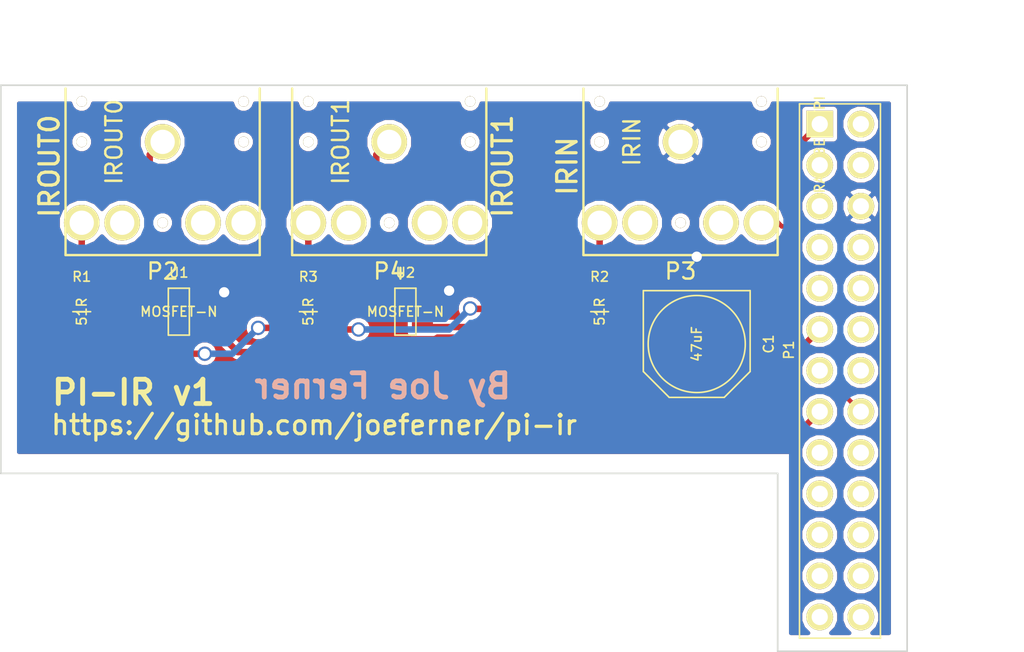
<source format=kicad_pcb>
(kicad_pcb (version 3) (host pcbnew "(2014-05-22 BZR 4881)-product")

  (general
    (links 16)
    (no_connects 0)
    (area 99.949999 94.68 165.407144 135.050001)
    (thickness 1.6)
    (drawings 14)
    (tracks 70)
    (zones 0)
    (modules 10)
    (nets 33)
  )

  (page A4)
  (layers
    (15 F.Cu signal)
    (0 B.Cu signal)
    (16 B.Adhes user)
    (17 F.Adhes user)
    (18 B.Paste user)
    (19 F.Paste user)
    (20 B.SilkS user)
    (21 F.SilkS user)
    (22 B.Mask user)
    (23 F.Mask user)
    (24 Dwgs.User user)
    (25 Cmts.User user)
    (26 Eco1.User user)
    (27 Eco2.User user)
    (28 Edge.Cuts user)
  )

  (setup
    (last_trace_width 0.4)
    (trace_clearance 0.2032)
    (zone_clearance 0.254)
    (zone_45_only no)
    (trace_min 0.254)
    (segment_width 0.2)
    (edge_width 0.1)
    (via_size 0.889)
    (via_drill 0.635)
    (via_min_size 0.889)
    (via_min_drill 0.508)
    (uvia_size 0.508)
    (uvia_drill 0.127)
    (uvias_allowed no)
    (uvia_min_size 0.508)
    (uvia_min_drill 0.127)
    (pcb_text_width 0.3)
    (pcb_text_size 1.5 1.5)
    (mod_edge_width 0.15)
    (mod_text_size 1 1)
    (mod_text_width 0.15)
    (pad_size 0.65 0.65)
    (pad_drill 0.625)
    (pad_to_mask_clearance 0)
    (aux_axis_origin 156 100)
    (grid_origin 156 100)
    (visible_elements FFFEFF7F)
    (pcbplotparams
      (layerselection 284196865)
      (usegerberextensions true)
      (excludeedgelayer false)
      (linewidth 0.100000)
      (plotframeref false)
      (viasonmask false)
      (mode 1)
      (useauxorigin false)
      (hpglpennumber 1)
      (hpglpenspeed 20)
      (hpglpendiameter 15)
      (hpglpenoverlay 2)
      (psnegative false)
      (psa4output false)
      (plotreference true)
      (plotvalue false)
      (plotinvisibletext false)
      (padsonsilk false)
      (subtractmaskfromsilk false)
      (outputformat 1)
      (mirror false)
      (drillshape 0)
      (scaleselection 1)
      (outputdirectory v1/))
  )

  (net 0 "")
  (net 1 "Net-(C1-Pad1)")
  (net 2 GNDPWR)
  (net 3 +3.3V)
  (net 4 "Net-(P1-Pad2)")
  (net 5 "Net-(P1-Pad3)")
  (net 6 "Net-(P1-Pad4)")
  (net 7 "Net-(P1-Pad5)")
  (net 8 "Net-(P1-Pad7)")
  (net 9 "Net-(P1-Pad8)")
  (net 10 "Net-(P1-Pad9)")
  (net 11 "Net-(P1-Pad10)")
  (net 12 /IROUT1)
  (net 13 "Net-(P1-Pad12)")
  (net 14 "Net-(P1-Pad13)")
  (net 15 "Net-(P1-Pad14)")
  (net 16 /IROUT0)
  (net 17 /IRIN)
  (net 18 "Net-(P1-Pad17)")
  (net 19 "Net-(P1-Pad18)")
  (net 20 "Net-(P1-Pad19)")
  (net 21 "Net-(P1-Pad20)")
  (net 22 "Net-(P1-Pad21)")
  (net 23 "Net-(P1-Pad22)")
  (net 24 "Net-(P1-Pad23)")
  (net 25 "Net-(P1-Pad24)")
  (net 26 "Net-(P1-Pad26)")
  (net 27 "Net-(P2-Pad2)")
  (net 28 "Net-(P4-Pad2)")
  (net 29 "Net-(P2-Pad1)")
  (net 30 "Net-(P4-Pad1)")
  (net 31 "Net-(P2-Pad3)")
  (net 32 "Net-(P4-Pad3)")

  (net_class Default "This is the default net class."
    (clearance 0.2032)
    (trace_width 0.4)
    (via_dia 0.889)
    (via_drill 0.635)
    (uvia_dia 0.508)
    (uvia_drill 0.127)
    (add_net +3.3V)
    (add_net /IROUT0)
    (add_net /IROUT1)
    (add_net GNDPWR)
    (add_net "Net-(C1-Pad1)")
    (add_net "Net-(P1-Pad10)")
    (add_net "Net-(P1-Pad12)")
    (add_net "Net-(P1-Pad13)")
    (add_net "Net-(P1-Pad14)")
    (add_net "Net-(P1-Pad17)")
    (add_net "Net-(P1-Pad18)")
    (add_net "Net-(P1-Pad19)")
    (add_net "Net-(P1-Pad2)")
    (add_net "Net-(P1-Pad20)")
    (add_net "Net-(P1-Pad21)")
    (add_net "Net-(P1-Pad22)")
    (add_net "Net-(P1-Pad23)")
    (add_net "Net-(P1-Pad24)")
    (add_net "Net-(P1-Pad26)")
    (add_net "Net-(P1-Pad3)")
    (add_net "Net-(P1-Pad4)")
    (add_net "Net-(P1-Pad5)")
    (add_net "Net-(P1-Pad7)")
    (add_net "Net-(P1-Pad8)")
    (add_net "Net-(P1-Pad9)")
    (add_net "Net-(P2-Pad1)")
    (add_net "Net-(P2-Pad2)")
    (add_net "Net-(P2-Pad3)")
    (add_net "Net-(P4-Pad1)")
    (add_net "Net-(P4-Pad2)")
    (add_net "Net-(P4-Pad3)")
  )

  (net_class IRIN ""
    (clearance 0.1778)
    (trace_width 0.28)
    (via_dia 0.889)
    (via_drill 0.635)
    (uvia_dia 0.508)
    (uvia_drill 0.127)
    (add_net /IRIN)
  )

  (module pi-ir:HDRV26W66P254_2X13_3297X503X838P (layer F.Cu) (tedit 538916DB) (tstamp 53887616)
    (at 150.6 102.4 270)
    (path /5387F090)
    (fp_text reference P1 (at 13.97 1.905 270) (layer F.SilkS)
      (effects (font (size 0.6 0.6) (thickness 0.1)))
    )
    (fp_text value RASPBERRYPI (at 1.27 0 270) (layer F.SilkS)
      (effects (font (size 0.6 0.6) (thickness 0.1)))
    )
    (fp_line (start -1.4 -3.9) (end 31.94 -3.9) (layer Cmts.User) (width 0.1))
    (fp_line (start 31.94 -3.9) (end 31.94 1.4) (layer Cmts.User) (width 0.1))
    (fp_line (start 31.94 1.4) (end -1.4 1.4) (layer Cmts.User) (width 0.1))
    (fp_line (start -1.4 1.4) (end -1.4 -3.9) (layer Cmts.User) (width 0.1))
    (fp_line (start -1.25 -3.75) (end 31.79 -3.75) (layer F.SilkS) (width 0.1))
    (fp_line (start 31.79 -3.75) (end 31.79 1.25) (layer F.SilkS) (width 0.1))
    (fp_line (start 31.79 1.25) (end -1.25 1.25) (layer F.SilkS) (width 0.1))
    (fp_line (start -1.25 1.25) (end -1.25 -3.75) (layer F.SilkS) (width 0.1))
    (pad 1 thru_hole rect (at 0 0 270) (size 1.65 1.65) (drill 1) (layers *.Cu *.Mask F.SilkS)
      (net 3 +3.3V))
    (pad 2 thru_hole circle (at 0 -2.54 270) (size 1.65 1.65) (drill 1) (layers *.Cu *.Mask F.SilkS)
      (net 4 "Net-(P1-Pad2)"))
    (pad 3 thru_hole circle (at 2.54 0 270) (size 1.65 1.65) (drill 1) (layers *.Cu *.Mask F.SilkS)
      (net 5 "Net-(P1-Pad3)"))
    (pad 4 thru_hole circle (at 2.54 -2.54 270) (size 1.65 1.65) (drill 1) (layers *.Cu *.Mask F.SilkS)
      (net 6 "Net-(P1-Pad4)"))
    (pad 5 thru_hole circle (at 5.08 0 270) (size 1.65 1.65) (drill 1) (layers *.Cu *.Mask F.SilkS)
      (net 7 "Net-(P1-Pad5)"))
    (pad 6 thru_hole circle (at 5.08 -2.54 270) (size 1.65 1.65) (drill 1) (layers *.Cu *.Mask F.SilkS)
      (net 2 GNDPWR))
    (pad 7 thru_hole circle (at 7.62 0 270) (size 1.65 1.65) (drill 1) (layers *.Cu *.Mask F.SilkS)
      (net 8 "Net-(P1-Pad7)"))
    (pad 8 thru_hole circle (at 7.62 -2.54 270) (size 1.65 1.65) (drill 1) (layers *.Cu *.Mask F.SilkS)
      (net 9 "Net-(P1-Pad8)"))
    (pad 9 thru_hole circle (at 10.16 0 270) (size 1.65 1.65) (drill 1) (layers *.Cu *.Mask F.SilkS)
      (net 10 "Net-(P1-Pad9)"))
    (pad 10 thru_hole circle (at 10.16 -2.54 270) (size 1.65 1.65) (drill 1) (layers *.Cu *.Mask F.SilkS)
      (net 11 "Net-(P1-Pad10)"))
    (pad 11 thru_hole circle (at 12.7 0 270) (size 1.65 1.65) (drill 1) (layers *.Cu *.Mask F.SilkS)
      (net 12 /IROUT1))
    (pad 12 thru_hole circle (at 12.7 -2.54 270) (size 1.65 1.65) (drill 1) (layers *.Cu *.Mask F.SilkS)
      (net 13 "Net-(P1-Pad12)"))
    (pad 13 thru_hole circle (at 15.24 0 270) (size 1.65 1.65) (drill 1) (layers *.Cu *.Mask F.SilkS)
      (net 14 "Net-(P1-Pad13)"))
    (pad 14 thru_hole circle (at 15.24 -2.54 270) (size 1.65 1.65) (drill 1) (layers *.Cu *.Mask F.SilkS)
      (net 15 "Net-(P1-Pad14)"))
    (pad 15 thru_hole circle (at 17.78 0 270) (size 1.65 1.65) (drill 1) (layers *.Cu *.Mask F.SilkS)
      (net 16 /IROUT0))
    (pad 16 thru_hole circle (at 17.78 -2.54 270) (size 1.65 1.65) (drill 1) (layers *.Cu *.Mask F.SilkS)
      (net 17 /IRIN))
    (pad 17 thru_hole circle (at 20.32 0 270) (size 1.65 1.65) (drill 1) (layers *.Cu *.Mask F.SilkS)
      (net 18 "Net-(P1-Pad17)"))
    (pad 18 thru_hole circle (at 20.32 -2.54 270) (size 1.65 1.65) (drill 1) (layers *.Cu *.Mask F.SilkS)
      (net 19 "Net-(P1-Pad18)"))
    (pad 19 thru_hole circle (at 22.86 0 270) (size 1.65 1.65) (drill 1) (layers *.Cu *.Mask F.SilkS)
      (net 20 "Net-(P1-Pad19)"))
    (pad 20 thru_hole circle (at 22.86 -2.54 270) (size 1.65 1.65) (drill 1) (layers *.Cu *.Mask F.SilkS)
      (net 21 "Net-(P1-Pad20)"))
    (pad 21 thru_hole circle (at 25.4 0 270) (size 1.65 1.65) (drill 1) (layers *.Cu *.Mask F.SilkS)
      (net 22 "Net-(P1-Pad21)"))
    (pad 22 thru_hole circle (at 25.4 -2.54 270) (size 1.65 1.65) (drill 1) (layers *.Cu *.Mask F.SilkS)
      (net 23 "Net-(P1-Pad22)"))
    (pad 23 thru_hole circle (at 27.94 0 270) (size 1.65 1.65) (drill 1) (layers *.Cu *.Mask F.SilkS)
      (net 24 "Net-(P1-Pad23)"))
    (pad 24 thru_hole circle (at 27.94 -2.54 270) (size 1.65 1.65) (drill 1) (layers *.Cu *.Mask F.SilkS)
      (net 25 "Net-(P1-Pad24)"))
    (pad 25 thru_hole circle (at 30.48 0 270) (size 1.65 1.65) (drill 1) (layers *.Cu *.Mask F.SilkS))
    (pad 26 thru_hole circle (at 30.48 -2.54 270) (size 1.65 1.65) (drill 1) (layers *.Cu *.Mask F.SilkS)
      (net 26 "Net-(P1-Pad26)"))
  )

  (module pi-ir:CAPAE660X790N (layer F.Cu) (tedit 52486F44) (tstamp 53887D6A)
    (at 143 116 90)
    (path /5387FDB6)
    (fp_text reference C1 (at 0 4.445 90) (layer F.SilkS)
      (effects (font (size 0.6 0.6) (thickness 0.1)))
    )
    (fp_text value 47uF (at 0 0 90) (layer F.SilkS)
      (effects (font (size 0.6 0.6) (thickness 0.1)))
    )
    (fp_line (start 4.75 -3.9) (end 4.75 3.9) (layer Cmts.User) (width 0.1))
    (fp_line (start 4.75 3.9) (end -4.75 3.9) (layer Cmts.User) (width 0.1))
    (fp_line (start -4.75 3.9) (end -4.75 -3.9) (layer Cmts.User) (width 0.1))
    (fp_line (start -4.75 -3.9) (end 4.75 -3.9) (layer Cmts.User) (width 0.1))
    (fp_line (start -1.7 -3.3) (end -3.3 -1.7) (layer F.SilkS) (width 0.1))
    (fp_line (start -3.3 -1.7) (end -3.3 1.7) (layer F.SilkS) (width 0.1))
    (fp_line (start -3.3 1.7) (end -1.7 3.3) (layer F.SilkS) (width 0.1))
    (fp_line (start -1.7 3.3) (end 3.3 3.3) (layer F.SilkS) (width 0.1))
    (fp_line (start 3.3 3.3) (end 3.3 -3.3) (layer F.SilkS) (width 0.1))
    (fp_line (start 3.3 -3.3) (end -1.7 -3.3) (layer F.SilkS) (width 0.1))
    (fp_circle (center 0 0) (end 3 0) (layer F.SilkS) (width 0.1))
    (pad 1 smd rect (at -2.6 0 90) (size 3.25 1.65) (layers F.Cu F.Paste F.Mask)
      (net 1 "Net-(C1-Pad1)"))
    (pad 2 smd rect (at 2.6 0 90) (size 3.25 1.65) (layers F.Cu F.Paste F.Mask)
      (net 2 GNDPWR))
  )

  (module pi-ir:SOT95P237X112_123-3N (layer F.Cu) (tedit 5248714E) (tstamp 538877F8)
    (at 125 114 180)
    (path /538870EF)
    (fp_text reference U2 (at 0 2.413 180) (layer F.SilkS)
      (effects (font (size 0.6 0.6) (thickness 0.1)))
    )
    (fp_text value MOSFET-N (at 0 0 180) (layer F.SilkS)
      (effects (font (size 0.6 0.6) (thickness 0.1)))
    )
    (fp_line (start -1.95 -1.8) (end 1.95 -1.8) (layer Cmts.User) (width 0.1))
    (fp_line (start 1.95 -1.8) (end 1.95 1.8) (layer Cmts.User) (width 0.1))
    (fp_line (start 1.95 1.8) (end -1.95 1.8) (layer Cmts.User) (width 0.1))
    (fp_line (start -1.95 1.8) (end -1.95 -1.8) (layer Cmts.User) (width 0.1))
    (fp_line (start -0.65 -1.45) (end 0.65 -1.45) (layer F.SilkS) (width 0.1))
    (fp_line (start 0.65 -1.45) (end 0.65 1.45) (layer F.SilkS) (width 0.1))
    (fp_line (start -0.65 1.45) (end 0.65 1.45) (layer F.SilkS) (width 0.1))
    (fp_line (start -0.65 1.45) (end -0.65 -1.45) (layer F.SilkS) (width 0.1))
    (pad 1 smd rect (at -1.05 -0.95 180) (size 1.3 0.6) (layers F.Cu F.Paste F.Mask)
      (net 12 /IROUT1))
    (pad 2 smd rect (at -1.05 0.95 180) (size 1.3 0.6) (layers F.Cu F.Paste F.Mask)
      (net 2 GNDPWR))
    (pad 3 smd rect (at 1.05 0 180) (size 1.3 0.6) (layers F.Cu F.Paste F.Mask)
      (net 30 "Net-(P4-Pad1)"))
  )

  (module pi-ir:SOT95P237X112_123-3N (layer F.Cu) (tedit 5248714E) (tstamp 538877EA)
    (at 111 114 180)
    (path /5387F2A6)
    (fp_text reference U1 (at 0 2.413 180) (layer F.SilkS)
      (effects (font (size 0.6 0.6) (thickness 0.1)))
    )
    (fp_text value MOSFET-N (at 0 0 180) (layer F.SilkS)
      (effects (font (size 0.6 0.6) (thickness 0.1)))
    )
    (fp_line (start -1.95 -1.8) (end 1.95 -1.8) (layer Cmts.User) (width 0.1))
    (fp_line (start 1.95 -1.8) (end 1.95 1.8) (layer Cmts.User) (width 0.1))
    (fp_line (start 1.95 1.8) (end -1.95 1.8) (layer Cmts.User) (width 0.1))
    (fp_line (start -1.95 1.8) (end -1.95 -1.8) (layer Cmts.User) (width 0.1))
    (fp_line (start -0.65 -1.45) (end 0.65 -1.45) (layer F.SilkS) (width 0.1))
    (fp_line (start 0.65 -1.45) (end 0.65 1.45) (layer F.SilkS) (width 0.1))
    (fp_line (start -0.65 1.45) (end 0.65 1.45) (layer F.SilkS) (width 0.1))
    (fp_line (start -0.65 1.45) (end -0.65 -1.45) (layer F.SilkS) (width 0.1))
    (pad 1 smd rect (at -1.05 -0.95 180) (size 1.3 0.6) (layers F.Cu F.Paste F.Mask)
      (net 16 /IROUT0))
    (pad 2 smd rect (at -1.05 0.95 180) (size 1.3 0.6) (layers F.Cu F.Paste F.Mask)
      (net 2 GNDPWR))
    (pad 3 smd rect (at 1.05 0 180) (size 1.3 0.6) (layers F.Cu F.Paste F.Mask)
      (net 29 "Net-(P2-Pad1)"))
  )

  (module pi-ir:RESC2012X100N (layer F.Cu) (tedit 524871D4) (tstamp 53887637)
    (at 119 114 90)
    (path /538873C2)
    (fp_text reference R3 (at 2.159 0 180) (layer F.SilkS)
      (effects (font (size 0.6 0.6) (thickness 0.1)))
    )
    (fp_text value 51R (at 0 0 90) (layer F.SilkS)
      (effects (font (size 0.6 0.6) (thickness 0.1)))
    )
    (fp_line (start 0 -0.55) (end 0 0.55) (layer F.SilkS) (width 0.1))
    (fp_line (start -1.7 -1) (end 1.7 -1) (layer Cmts.User) (width 0.1))
    (fp_line (start 1.7 -1) (end 1.7 1) (layer Cmts.User) (width 0.1))
    (fp_line (start 1.7 1) (end -1.7 1) (layer Cmts.User) (width 0.1))
    (fp_line (start -1.7 1) (end -1.7 -1) (layer Cmts.User) (width 0.1))
    (pad 1 smd rect (at -0.95 0 90) (size 1 1.45) (layers F.Cu F.Paste F.Mask)
      (net 3 +3.3V))
    (pad 2 smd rect (at 0.95 0 90) (size 1 1.45) (layers F.Cu F.Paste F.Mask)
      (net 28 "Net-(P4-Pad2)"))
  )

  (module pi-ir:RESC2012X100N (layer F.Cu) (tedit 524871D4) (tstamp 5388762C)
    (at 137 114 90)
    (path /5387FC10)
    (fp_text reference R2 (at 2.159 0 180) (layer F.SilkS)
      (effects (font (size 0.6 0.6) (thickness 0.1)))
    )
    (fp_text value 51R (at 0 0 90) (layer F.SilkS)
      (effects (font (size 0.6 0.6) (thickness 0.1)))
    )
    (fp_line (start 0 -0.55) (end 0 0.55) (layer F.SilkS) (width 0.1))
    (fp_line (start -1.7 -1) (end 1.7 -1) (layer Cmts.User) (width 0.1))
    (fp_line (start 1.7 -1) (end 1.7 1) (layer Cmts.User) (width 0.1))
    (fp_line (start 1.7 1) (end -1.7 1) (layer Cmts.User) (width 0.1))
    (fp_line (start -1.7 1) (end -1.7 -1) (layer Cmts.User) (width 0.1))
    (pad 1 smd rect (at -0.95 0 90) (size 1 1.45) (layers F.Cu F.Paste F.Mask)
      (net 3 +3.3V))
    (pad 2 smd rect (at 0.95 0 90) (size 1 1.45) (layers F.Cu F.Paste F.Mask)
      (net 1 "Net-(C1-Pad1)"))
  )

  (module pi-ir:RESC2012X100N (layer F.Cu) (tedit 524871D4) (tstamp 53887621)
    (at 105 114 90)
    (path /5387F4BB)
    (fp_text reference R1 (at 2.159 0 180) (layer F.SilkS)
      (effects (font (size 0.6 0.6) (thickness 0.1)))
    )
    (fp_text value 51R (at 0 0 90) (layer F.SilkS)
      (effects (font (size 0.6 0.6) (thickness 0.1)))
    )
    (fp_line (start 0 -0.55) (end 0 0.55) (layer F.SilkS) (width 0.1))
    (fp_line (start -1.7 -1) (end 1.7 -1) (layer Cmts.User) (width 0.1))
    (fp_line (start 1.7 -1) (end 1.7 1) (layer Cmts.User) (width 0.1))
    (fp_line (start 1.7 1) (end -1.7 1) (layer Cmts.User) (width 0.1))
    (fp_line (start -1.7 1) (end -1.7 -1) (layer Cmts.User) (width 0.1))
    (pad 1 smd rect (at -0.95 0 90) (size 1 1.45) (layers F.Cu F.Paste F.Mask)
      (net 3 +3.3V))
    (pad 2 smd rect (at 0.95 0 90) (size 1 1.45) (layers F.Cu F.Paste F.Mask)
      (net 27 "Net-(P2-Pad2)"))
  )

  (module pi-ir:SJ1-352XNG (layer F.Cu) (tedit 53A22690) (tstamp 53887BDF)
    (at 110 99 270)
    (path /5387F86E)
    (fp_text reference P2 (at 12.5 0 360) (layer F.SilkS)
      (effects (font (size 1 1) (thickness 0.15)))
    )
    (fp_text value IROUT0 (at 4.5 3 270) (layer F.SilkS)
      (effects (font (size 1 1) (thickness 0.15)))
    )
    (fp_line (start 0 6.5) (end 12 6.5) (layer Cmts.User) (width 0.15))
    (fp_line (start 12 6.5) (end 12 -6.5) (layer Cmts.User) (width 0.15))
    (fp_line (start 12 -6.5) (end 0 -6.5) (layer Cmts.User) (width 0.15))
    (fp_line (start 0 2) (end 0 6.5) (layer Cmts.User) (width 0.15))
    (fp_line (start 1.2 -2) (end -2 -2) (layer Cmts.User) (width 0.15))
    (fp_line (start -2 -2) (end -2 2) (layer Cmts.User) (width 0.15))
    (fp_line (start -2 2) (end 1.2 2) (layer Cmts.User) (width 0.15))
    (fp_line (start 1.2 2) (end 1.2 -2) (layer Cmts.User) (width 0.15))
    (fp_line (start 1.2 -6) (end 11.5 -6) (layer F.SilkS) (width 0.15))
    (fp_line (start 11.5 -6) (end 11.5 6) (layer F.SilkS) (width 0.15))
    (fp_line (start 11.5 6) (end 1.2 6) (layer F.SilkS) (width 0.15))
    (fp_line (start 0 -6.5) (end 0 -2) (layer Cmts.User) (width 0.15))
    (pad "" thru_hole circle (at 2 -5 270) (size 0.65 0.65) (drill 0.625) (layers *.Cu *.Mask F.SilkS))
    (pad "" thru_hole circle (at 4.5 -5 270) (size 0.65 0.65) (drill 0.625) (layers *.Cu *.Mask F.SilkS))
    (pad "" thru_hole circle (at 2 5 270) (size 0.65 0.65) (drill 0.625) (layers *.Cu *.Mask F.SilkS))
    (pad "" thru_hole circle (at 4.5 5 270) (size 0.65 0.65) (drill 0.625) (layers *.Cu *.Mask F.SilkS))
    (pad 1 thru_hole circle (at 4.5 0 270) (size 2.2 2.2) (drill 1.5) (layers *.Cu *.Mask F.SilkS)
      (net 29 "Net-(P2-Pad1)"))
    (pad 2 thru_hole circle (at 9.5 5 270) (size 2.2 2.2) (drill 1.5) (layers *.Cu *.Mask F.SilkS)
      (net 27 "Net-(P2-Pad2)"))
    (pad 3 thru_hole circle (at 9.5 -5 270) (size 2.2 2.2) (drill 1.5) (layers *.Cu *.Mask F.SilkS)
      (net 31 "Net-(P2-Pad3)"))
    (pad 4 thru_hole circle (at 9.5 2.5 270) (size 2.2 2.2) (drill 1.5) (layers *.Cu *.Mask F.SilkS))
    (pad 5 thru_hole circle (at 9.5 -2.5 270) (size 2.2 2.2) (drill 1.5) (layers *.Cu *.Mask F.SilkS))
    (pad "" thru_hole circle (at 9.5 0 270) (size 0.65 0.65) (drill 0.625) (layers *.Cu *.Mask F.SilkS))
  )

  (module pi-ir:SJ1-352XNG (layer F.Cu) (tedit 53A22690) (tstamp 53887BF8)
    (at 142 99 270)
    (path /5387FB2D)
    (fp_text reference P3 (at 12.5 0 360) (layer F.SilkS)
      (effects (font (size 1 1) (thickness 0.15)))
    )
    (fp_text value IRIN (at 4.5 3 270) (layer F.SilkS)
      (effects (font (size 1 1) (thickness 0.15)))
    )
    (fp_line (start 0 6.5) (end 12 6.5) (layer Cmts.User) (width 0.15))
    (fp_line (start 12 6.5) (end 12 -6.5) (layer Cmts.User) (width 0.15))
    (fp_line (start 12 -6.5) (end 0 -6.5) (layer Cmts.User) (width 0.15))
    (fp_line (start 0 2) (end 0 6.5) (layer Cmts.User) (width 0.15))
    (fp_line (start 1.2 -2) (end -2 -2) (layer Cmts.User) (width 0.15))
    (fp_line (start -2 -2) (end -2 2) (layer Cmts.User) (width 0.15))
    (fp_line (start -2 2) (end 1.2 2) (layer Cmts.User) (width 0.15))
    (fp_line (start 1.2 2) (end 1.2 -2) (layer Cmts.User) (width 0.15))
    (fp_line (start 1.2 -6) (end 11.5 -6) (layer F.SilkS) (width 0.15))
    (fp_line (start 11.5 -6) (end 11.5 6) (layer F.SilkS) (width 0.15))
    (fp_line (start 11.5 6) (end 1.2 6) (layer F.SilkS) (width 0.15))
    (fp_line (start 0 -6.5) (end 0 -2) (layer Cmts.User) (width 0.15))
    (pad "" thru_hole circle (at 2 -5 270) (size 0.65 0.65) (drill 0.625) (layers *.Cu *.Mask F.SilkS))
    (pad "" thru_hole circle (at 4.5 -5 270) (size 0.65 0.65) (drill 0.625) (layers *.Cu *.Mask F.SilkS))
    (pad "" thru_hole circle (at 2 5 270) (size 0.65 0.65) (drill 0.625) (layers *.Cu *.Mask F.SilkS))
    (pad "" thru_hole circle (at 4.5 5 270) (size 0.65 0.65) (drill 0.625) (layers *.Cu *.Mask F.SilkS))
    (pad 1 thru_hole circle (at 4.5 0 270) (size 2.2 2.2) (drill 1.5) (layers *.Cu *.Mask F.SilkS)
      (net 2 GNDPWR))
    (pad 2 thru_hole circle (at 9.5 5 270) (size 2.2 2.2) (drill 1.5) (layers *.Cu *.Mask F.SilkS)
      (net 1 "Net-(C1-Pad1)"))
    (pad 3 thru_hole circle (at 9.5 -5 270) (size 2.2 2.2) (drill 1.5) (layers *.Cu *.Mask F.SilkS)
      (net 17 /IRIN))
    (pad 4 thru_hole circle (at 9.5 2.5 270) (size 2.2 2.2) (drill 1.5) (layers *.Cu *.Mask F.SilkS))
    (pad 5 thru_hole circle (at 9.5 -2.5 270) (size 2.2 2.2) (drill 1.5) (layers *.Cu *.Mask F.SilkS))
    (pad "" thru_hole circle (at 9.5 0 270) (size 0.65 0.65) (drill 0.625) (layers *.Cu *.Mask F.SilkS))
  )

  (module pi-ir:SJ1-352XNG (layer F.Cu) (tedit 53A22690) (tstamp 53887C11)
    (at 124 99 270)
    (path /53887433)
    (fp_text reference P4 (at 12.5 0 360) (layer F.SilkS)
      (effects (font (size 1 1) (thickness 0.15)))
    )
    (fp_text value IROUT1 (at 4.5 3 270) (layer F.SilkS)
      (effects (font (size 1 1) (thickness 0.15)))
    )
    (fp_line (start 0 6.5) (end 12 6.5) (layer Cmts.User) (width 0.15))
    (fp_line (start 12 6.5) (end 12 -6.5) (layer Cmts.User) (width 0.15))
    (fp_line (start 12 -6.5) (end 0 -6.5) (layer Cmts.User) (width 0.15))
    (fp_line (start 0 2) (end 0 6.5) (layer Cmts.User) (width 0.15))
    (fp_line (start 1.2 -2) (end -2 -2) (layer Cmts.User) (width 0.15))
    (fp_line (start -2 -2) (end -2 2) (layer Cmts.User) (width 0.15))
    (fp_line (start -2 2) (end 1.2 2) (layer Cmts.User) (width 0.15))
    (fp_line (start 1.2 2) (end 1.2 -2) (layer Cmts.User) (width 0.15))
    (fp_line (start 1.2 -6) (end 11.5 -6) (layer F.SilkS) (width 0.15))
    (fp_line (start 11.5 -6) (end 11.5 6) (layer F.SilkS) (width 0.15))
    (fp_line (start 11.5 6) (end 1.2 6) (layer F.SilkS) (width 0.15))
    (fp_line (start 0 -6.5) (end 0 -2) (layer Cmts.User) (width 0.15))
    (pad "" thru_hole circle (at 2 -5 270) (size 0.65 0.65) (drill 0.625) (layers *.Cu *.Mask F.SilkS))
    (pad "" thru_hole circle (at 4.5 -5 270) (size 0.65 0.65) (drill 0.625) (layers *.Cu *.Mask F.SilkS))
    (pad "" thru_hole circle (at 2 5 270) (size 0.65 0.65) (drill 0.625) (layers *.Cu *.Mask F.SilkS))
    (pad "" thru_hole circle (at 4.5 5 270) (size 0.65 0.65) (drill 0.625) (layers *.Cu *.Mask F.SilkS))
    (pad 1 thru_hole circle (at 4.5 0 270) (size 2.2 2.2) (drill 1.5) (layers *.Cu *.Mask F.SilkS)
      (net 30 "Net-(P4-Pad1)"))
    (pad 2 thru_hole circle (at 9.5 5 270) (size 2.2 2.2) (drill 1.5) (layers *.Cu *.Mask F.SilkS)
      (net 28 "Net-(P4-Pad2)"))
    (pad 3 thru_hole circle (at 9.5 -5 270) (size 2.2 2.2) (drill 1.5) (layers *.Cu *.Mask F.SilkS)
      (net 32 "Net-(P4-Pad3)"))
    (pad 4 thru_hole circle (at 9.5 2.5 270) (size 2.2 2.2) (drill 1.5) (layers *.Cu *.Mask F.SilkS))
    (pad 5 thru_hole circle (at 9.5 -2.5 270) (size 2.2 2.2) (drill 1.5) (layers *.Cu *.Mask F.SilkS))
    (pad "" thru_hole circle (at 9.5 0 270) (size 0.65 0.65) (drill 0.625) (layers *.Cu *.Mask F.SilkS))
  )

  (gr_text "By Joe Ferner" (at 123.6 118.6) (layer B.SilkS)
    (effects (font (size 1.5 1.5) (thickness 0.3)) (justify mirror))
  )
  (gr_text IRIN (at 135 105 90) (layer F.SilkS)
    (effects (font (size 1.2 1.2) (thickness 0.2)))
  )
  (gr_text IROUT1 (at 131 105 90) (layer F.SilkS)
    (effects (font (size 1.2 1.2) (thickness 0.2)))
  )
  (gr_text IROUT0 (at 103 105 90) (layer F.SilkS)
    (effects (font (size 1.2 1.2) (thickness 0.2)))
  )
  (gr_text https://github.com/joeferner/pi-ir (at 103 121) (layer F.SilkS)
    (effects (font (size 1.2 1.2) (thickness 0.2)) (justify left))
  )
  (gr_text "PI-IR v1" (at 103 119) (layer F.SilkS)
    (effects (font (size 1.5 1.5) (thickness 0.3)) (justify left))
  )
  (gr_line (start 148 124) (end 100 124) (angle 90) (layer Edge.Cuts) (width 0.1))
  (gr_line (start 148 135) (end 148 124) (angle 90) (layer Edge.Cuts) (width 0.1))
  (dimension 1 (width 0.1) (layer Cmts.User)
    (gr_text "1 mm" (at 160.65 105 270) (layer Cmts.User)
      (effects (font (size 1.5 1.5) (thickness 0.1)))
    )
    (feature1 (pts (xy 156 101) (xy 162 101)))
    (feature2 (pts (xy 156 100) (xy 162 100)))
    (crossbar (pts (xy 159.3 100) (xy 159.3 101)))
    (arrow1a (pts (xy 159.3 101) (xy 158.713579 99.873496)))
    (arrow1b (pts (xy 159.3 101) (xy 159.886421 99.873496)))
    (arrow2a (pts (xy 159.3 100) (xy 158.713579 101.126504)))
    (arrow2b (pts (xy 159.3 100) (xy 159.886421 101.126504)))
  )
  (dimension 1.5 (width 0.1) (layer Cmts.User)
    (gr_text "1.5 mm" (at 161 96.03) (layer Cmts.User)
      (effects (font (size 1.5 1.5) (thickness 0.1)))
    )
    (feature1 (pts (xy 154.5 100) (xy 154.5 94.68)))
    (feature2 (pts (xy 156 100) (xy 156 94.68)))
    (crossbar (pts (xy 156 97.38) (xy 154.5 97.38)))
    (arrow1a (pts (xy 154.5 97.38) (xy 155.626504 96.793579)))
    (arrow1b (pts (xy 154.5 97.38) (xy 155.626504 97.966421)))
    (arrow2a (pts (xy 156 97.38) (xy 154.873496 96.793579)))
    (arrow2b (pts (xy 156 97.38) (xy 154.873496 97.966421)))
  )
  (gr_line (start 156 135) (end 148 135) (angle 90) (layer Edge.Cuts) (width 0.1))
  (gr_line (start 156 100) (end 156 135) (angle 90) (layer Edge.Cuts) (width 0.1))
  (gr_line (start 100 100) (end 100 124) (angle 90) (layer Edge.Cuts) (width 0.1))
  (gr_line (start 100 100) (end 156 100) (angle 90) (layer Edge.Cuts) (width 0.1))

  (segment (start 137 113.05) (end 137 108.5) (width 0.4) (layer F.Cu) (net 1))
  (segment (start 140 114) (end 139.05 113.05) (width 0.4) (layer F.Cu) (net 1))
  (segment (start 139.05 113.05) (end 137 113.05) (width 0.4) (layer F.Cu) (net 1))
  (segment (start 140 116.825) (end 140 114) (width 0.4) (layer F.Cu) (net 1))
  (segment (start 143 118.6) (end 141.775 118.6) (width 0.4) (layer F.Cu) (net 1))
  (segment (start 141.775 118.6) (end 140 116.825) (width 0.4) (layer F.Cu) (net 1))
  (via (at 143 110.6) (size 0.889) (drill 0) (layers F.Cu B.Cu) (net 2))
  (segment (start 143 113.4) (end 143 110.6) (width 0.4) (layer F.Cu) (net 2))
  (via (at 127.7 112.7) (size 0.889) (drill 0) (layers F.Cu B.Cu) (net 2))
  (segment (start 127.35 113.05) (end 127.7 112.7) (width 0.4) (layer F.Cu) (net 2))
  (segment (start 126.05 113.05) (end 127.35 113.05) (width 0.4) (layer F.Cu) (net 2))
  (segment (start 113.55 113.05) (end 113.8 112.8) (width 0.4) (layer F.Cu) (net 2))
  (via (at 113.8 112.8) (size 0.889) (drill 0) (layers F.Cu B.Cu) (net 2))
  (segment (start 112.05 113.05) (end 113.55 113.05) (width 0.4) (layer F.Cu) (net 2))
  (segment (start 135.64999 113.82499) (end 135.64999 110.24999) (width 0.4) (layer F.Cu) (net 3))
  (segment (start 147.4 105.6) (end 150.6 102.4) (width 0.4) (layer F.Cu) (net 3) (tstamp 53891F64))
  (segment (start 136.2 105.6) (end 147.4 105.6) (width 0.4) (layer F.Cu) (net 3) (tstamp 53891F63))
  (segment (start 135 106.8) (end 136.2 105.6) (width 0.4) (layer F.Cu) (net 3) (tstamp 53891F62))
  (segment (start 135 109.6) (end 135 106.8) (width 0.4) (layer F.Cu) (net 3) (tstamp 53891F61))
  (segment (start 135.64999 110.24999) (end 135 109.6) (width 0.4) (layer F.Cu) (net 3) (tstamp 53891F60))
  (segment (start 137 114.95) (end 136.775 114.95) (width 0.4) (layer F.Cu) (net 3))
  (segment (start 136.775 114.95) (end 135.64999 113.82499) (width 0.4) (layer F.Cu) (net 3))
  (via (at 112.6 116.6) (size 0.889) (drill 0) (layers F.Cu B.Cu) (net 3))
  (segment (start 107.775 116.6) (end 112.6 116.6) (width 0.4) (layer F.Cu) (net 3))
  (segment (start 106.125 114.95) (end 107.775 116.6) (width 0.4) (layer F.Cu) (net 3))
  (segment (start 105 114.95) (end 106.125 114.95) (width 0.4) (layer F.Cu) (net 3))
  (segment (start 114.3 116.6) (end 115.9 115) (width 0.4) (layer B.Cu) (net 3))
  (via (at 115.9 115) (size 0.889) (drill 0) (layers F.Cu B.Cu) (net 3))
  (segment (start 112.6 116.6) (end 114.3 116.6) (width 0.4) (layer B.Cu) (net 3))
  (segment (start 118.95 115) (end 119 114.95) (width 0.4) (layer F.Cu) (net 3))
  (segment (start 115.9 115) (end 118.95 115) (width 0.4) (layer F.Cu) (net 3))
  (via (at 129 113.8) (size 0.889) (drill 0) (layers F.Cu B.Cu) (net 3))
  (segment (start 129.02499 113.82499) (end 129 113.8) (width 0.4) (layer F.Cu) (net 3))
  (segment (start 135.64999 113.82499) (end 129.02499 113.82499) (width 0.4) (layer F.Cu) (net 3))
  (via (at 122.1 115.1) (size 0.889) (drill 0) (layers F.Cu B.Cu) (net 3))
  (segment (start 127.7 115.1) (end 122.1 115.1) (width 0.4) (layer B.Cu) (net 3))
  (segment (start 129 113.8) (end 127.7 115.1) (width 0.4) (layer B.Cu) (net 3))
  (segment (start 119.15 115.1) (end 119 114.95) (width 0.4) (layer F.Cu) (net 3))
  (segment (start 122.1 115.1) (end 119.15 115.1) (width 0.4) (layer F.Cu) (net 3))
  (segment (start 126.05 114.95) (end 134.25 114.95) (width 0.4) (layer F.Cu) (net 12))
  (segment (start 149.775001 115.924999) (end 150.6 115.1) (width 0.4) (layer F.Cu) (net 12))
  (segment (start 144.874999 120.825001) (end 149.775001 115.924999) (width 0.4) (layer F.Cu) (net 12))
  (segment (start 140.125001 120.825001) (end 144.874999 120.825001) (width 0.4) (layer F.Cu) (net 12))
  (segment (start 134.25 114.95) (end 140.125001 120.825001) (width 0.4) (layer F.Cu) (net 12))
  (segment (start 113.1 114.95) (end 114.65 116.5) (width 0.4) (layer F.Cu) (net 16))
  (segment (start 112.05 114.95) (end 113.1 114.95) (width 0.4) (layer F.Cu) (net 16))
  (segment (start 149.775001 121.004999) (end 150.6 120.18) (width 0.4) (layer F.Cu) (net 16))
  (segment (start 148.744001 122.035999) (end 149.775001 121.004999) (width 0.4) (layer F.Cu) (net 16))
  (segment (start 140.204615 122.035999) (end 148.744001 122.035999) (width 0.4) (layer F.Cu) (net 16))
  (segment (start 134.668616 116.5) (end 140.204615 122.035999) (width 0.4) (layer F.Cu) (net 16))
  (segment (start 114.65 116.5) (end 134.668616 116.5) (width 0.4) (layer F.Cu) (net 16))
  (segment (start 151.845001 118.885001) (end 151.845001 109.372401) (width 0.28) (layer F.Cu) (net 17))
  (segment (start 151.845001 109.372401) (end 151.197601 108.725001) (width 0.28) (layer F.Cu) (net 17))
  (segment (start 148.03 108.5) (end 147 108.5) (width 0.28) (layer F.Cu) (net 17))
  (segment (start 151.197601 108.725001) (end 148.255001 108.725001) (width 0.28) (layer F.Cu) (net 17))
  (segment (start 148.255001 108.725001) (end 148.03 108.5) (width 0.28) (layer F.Cu) (net 17))
  (segment (start 153.14 120.18) (end 151.845001 118.885001) (width 0.28) (layer F.Cu) (net 17))
  (segment (start 105 112.15) (end 105 108.5) (width 0.4) (layer F.Cu) (net 27))
  (segment (start 105 113.05) (end 105 112.15) (width 0.4) (layer F.Cu) (net 27))
  (segment (start 119 113.05) (end 119 108.5) (width 0.4) (layer F.Cu) (net 28))
  (segment (start 109.95 114) (end 109.95 111.15) (width 0.4) (layer F.Cu) (net 29))
  (segment (start 109.2 104.3) (end 110 103.5) (width 0.4) (layer F.Cu) (net 29) (tstamp 53A226E0))
  (segment (start 109.2 110.4) (end 109.2 104.3) (width 0.4) (layer F.Cu) (net 29) (tstamp 53A226DF))
  (segment (start 109.95 111.15) (end 109.2 110.4) (width 0.4) (layer F.Cu) (net 29) (tstamp 53A226DE))
  (segment (start 109.95 103.55) (end 110 103.5) (width 0.4) (layer F.Cu) (net 29))
  (segment (start 123.95 114) (end 123.95 110.55) (width 0.4) (layer F.Cu) (net 30))
  (segment (start 123.2 104.3) (end 124 103.5) (width 0.4) (layer F.Cu) (net 30) (tstamp 53A226E6))
  (segment (start 123.2 109.8) (end 123.2 104.3) (width 0.4) (layer F.Cu) (net 30) (tstamp 53A226E5))
  (segment (start 123.95 110.55) (end 123.2 109.8) (width 0.4) (layer F.Cu) (net 30) (tstamp 53A226E4))
  (segment (start 123.95 103.55) (end 124 103.5) (width 0.4) (layer F.Cu) (net 30))

  (zone (net 2) (net_name GNDPWR) (layer F.Cu) (tstamp 53888006) (hatch edge 0.508)
    (connect_pads (clearance 0.254))
    (min_thickness 0.254)
    (fill yes (arc_segments 16) (thermal_gap 0.254) (thermal_bridge_width 0.2794))
    (polygon
      (pts
        (xy 155 101) (xy 155 134) (xy 148.7 134) (xy 148.7 122.8) (xy 101 122.8)
        (xy 101 101)
      )
    )
    (filled_polygon
      (pts
        (xy 154.873 133.873) (xy 154.352436 133.873) (xy 154.352436 107.275111) (xy 154.346209 107.258754) (xy 154.346209 104.701164)
        (xy 154.346209 102.161164) (xy 154.162993 101.717748) (xy 153.824036 101.378199) (xy 153.380941 101.19421) (xy 152.901164 101.193791)
        (xy 152.457748 101.377007) (xy 152.118199 101.715964) (xy 151.93421 102.159059) (xy 151.933791 102.638836) (xy 152.117007 103.082252)
        (xy 152.455964 103.421801) (xy 152.899059 103.60579) (xy 153.378836 103.606209) (xy 153.822252 103.422993) (xy 154.161801 103.084036)
        (xy 154.34579 102.640941) (xy 154.346209 102.161164) (xy 154.346209 104.701164) (xy 154.162993 104.257748) (xy 153.824036 103.918199)
        (xy 153.380941 103.73421) (xy 152.901164 103.733791) (xy 152.457748 103.917007) (xy 152.118199 104.255964) (xy 151.93421 104.699059)
        (xy 151.933791 105.178836) (xy 152.117007 105.622252) (xy 152.455964 105.961801) (xy 152.899059 106.14579) (xy 153.378836 106.146209)
        (xy 153.822252 105.962993) (xy 154.161801 105.624036) (xy 154.34579 105.180941) (xy 154.346209 104.701164) (xy 154.346209 107.258754)
        (xy 154.181737 106.826728) (xy 154.1422 106.767557) (xy 153.951056 106.686905) (xy 153.933095 106.704866) (xy 153.933095 106.668944)
        (xy 153.852443 106.4778) (xy 153.414686 106.281448) (xy 152.935111 106.267564) (xy 152.486728 106.438263) (xy 152.427557 106.4778)
        (xy 152.346905 106.668944) (xy 153.14 107.462039) (xy 153.933095 106.668944) (xy 153.933095 106.704866) (xy 153.157961 107.48)
        (xy 153.951056 108.273095) (xy 154.1422 108.192443) (xy 154.338552 107.754686) (xy 154.352436 107.275111) (xy 154.352436 133.873)
        (xy 153.852297 133.873) (xy 154.161801 133.564036) (xy 154.34579 133.120941) (xy 154.346209 132.641164) (xy 154.346209 130.101164)
        (xy 154.346209 127.561164) (xy 154.346209 125.021164) (xy 154.346209 122.481164) (xy 154.346209 119.941164) (xy 154.162993 119.497748)
        (xy 153.824036 119.158199) (xy 153.380941 118.97421) (xy 152.901164 118.973791) (xy 152.73801 119.041204) (xy 152.366001 118.669195)
        (xy 152.366001 118.57168) (xy 152.455964 118.661801) (xy 152.899059 118.84579) (xy 153.378836 118.846209) (xy 153.822252 118.662993)
        (xy 154.161801 118.324036) (xy 154.34579 117.880941) (xy 154.346209 117.401164) (xy 154.162993 116.957748) (xy 153.824036 116.618199)
        (xy 153.380941 116.43421) (xy 152.901164 116.433791) (xy 152.457748 116.617007) (xy 152.366001 116.708594) (xy 152.366001 116.03168)
        (xy 152.455964 116.121801) (xy 152.899059 116.30579) (xy 153.378836 116.306209) (xy 153.822252 116.122993) (xy 154.161801 115.784036)
        (xy 154.34579 115.340941) (xy 154.346209 114.861164) (xy 154.162993 114.417748) (xy 153.824036 114.078199) (xy 153.380941 113.89421)
        (xy 152.901164 113.893791) (xy 152.457748 114.077007) (xy 152.366001 114.168594) (xy 152.366001 113.49168) (xy 152.455964 113.581801)
        (xy 152.899059 113.76579) (xy 153.378836 113.766209) (xy 153.822252 113.582993) (xy 154.161801 113.244036) (xy 154.34579 112.800941)
        (xy 154.346209 112.321164) (xy 154.162993 111.877748) (xy 153.824036 111.538199) (xy 153.380941 111.35421) (xy 152.901164 111.353791)
        (xy 152.457748 111.537007) (xy 152.366001 111.628594) (xy 152.366001 110.95168) (xy 152.455964 111.041801) (xy 152.899059 111.22579)
        (xy 153.378836 111.226209) (xy 153.822252 111.042993) (xy 154.161801 110.704036) (xy 154.34579 110.260941) (xy 154.346209 109.781164)
        (xy 154.162993 109.337748) (xy 153.933095 109.107448) (xy 153.933095 108.291056) (xy 153.14 107.497961) (xy 153.122039 107.515922)
        (xy 153.122039 107.48) (xy 152.328944 106.686905) (xy 152.1378 106.767557) (xy 151.941448 107.205314) (xy 151.927564 107.684889)
        (xy 152.098263 108.133272) (xy 152.1378 108.192443) (xy 152.328944 108.273095) (xy 153.122039 107.48) (xy 153.122039 107.515922)
        (xy 152.346905 108.291056) (xy 152.427557 108.4822) (xy 152.865314 108.678552) (xy 153.344889 108.692436) (xy 153.793272 108.521737)
        (xy 153.852443 108.4822) (xy 153.933095 108.291056) (xy 153.933095 109.107448) (xy 153.824036 108.998199) (xy 153.380941 108.81421)
        (xy 152.901164 108.813791) (xy 152.457748 108.997007) (xy 152.308369 109.146125) (xy 152.213404 109.003998) (xy 151.566004 108.356598)
        (xy 151.483874 108.301721) (xy 151.621801 108.164036) (xy 151.80579 107.720941) (xy 151.806209 107.241164) (xy 151.806209 104.701164)
        (xy 151.622993 104.257748) (xy 151.284036 103.918199) (xy 150.840941 103.73421) (xy 150.361164 103.733791) (xy 149.917748 103.917007)
        (xy 149.578199 104.255964) (xy 149.39421 104.699059) (xy 149.393791 105.178836) (xy 149.577007 105.622252) (xy 149.915964 105.961801)
        (xy 150.359059 106.14579) (xy 150.838836 106.146209) (xy 151.282252 105.962993) (xy 151.621801 105.624036) (xy 151.80579 105.180941)
        (xy 151.806209 104.701164) (xy 151.806209 107.241164) (xy 151.622993 106.797748) (xy 151.284036 106.458199) (xy 150.840941 106.27421)
        (xy 150.361164 106.273791) (xy 149.917748 106.457007) (xy 149.578199 106.795964) (xy 149.39421 107.239059) (xy 149.393791 107.718836)
        (xy 149.577007 108.162252) (xy 149.618683 108.204001) (xy 148.48014 108.204001) (xy 148.256263 107.662177) (xy 147.840015 107.245201)
        (xy 147.295882 107.019257) (xy 146.706703 107.018743) (xy 146.162177 107.243737) (xy 145.749645 107.655548) (xy 145.340015 107.245201)
        (xy 144.795882 107.019257) (xy 144.206703 107.018743) (xy 143.662177 107.243737) (xy 143.245201 107.659985) (xy 143.019257 108.204118)
        (xy 143.018743 108.793297) (xy 143.243737 109.337823) (xy 143.659985 109.754799) (xy 144.204118 109.980743) (xy 144.793297 109.981257)
        (xy 145.337823 109.756263) (xy 145.750354 109.344451) (xy 146.159985 109.754799) (xy 146.704118 109.980743) (xy 147.293297 109.981257)
        (xy 147.837823 109.756263) (xy 148.254799 109.340015) (xy 148.293837 109.246001) (xy 149.668319 109.246001) (xy 149.578199 109.335964)
        (xy 149.39421 109.779059) (xy 149.393791 110.258836) (xy 149.577007 110.702252) (xy 149.915964 111.041801) (xy 150.359059 111.22579)
        (xy 150.838836 111.226209) (xy 151.282252 111.042993) (xy 151.324001 111.001316) (xy 151.324001 111.578233) (xy 151.284036 111.538199)
        (xy 150.840941 111.35421) (xy 150.361164 111.353791) (xy 149.917748 111.537007) (xy 149.578199 111.875964) (xy 149.39421 112.319059)
        (xy 149.393791 112.798836) (xy 149.577007 113.242252) (xy 149.915964 113.581801) (xy 150.359059 113.76579) (xy 150.838836 113.766209)
        (xy 151.282252 113.582993) (xy 151.324001 113.541316) (xy 151.324001 114.118233) (xy 151.284036 114.078199) (xy 150.840941 113.89421)
        (xy 150.361164 113.893791) (xy 149.917748 114.077007) (xy 149.578199 114.415964) (xy 149.39421 114.859059) (xy 149.393791 115.338836)
        (xy 149.436395 115.441946) (xy 149.364172 115.51417) (xy 144.63434 120.244001) (xy 144.206 120.244001) (xy 144.206 120.149214)
        (xy 144.206 116.899214) (xy 144.206 115.100786) (xy 144.206 113.50795) (xy 144.206 113.29205) (xy 144.206 111.699214)
        (xy 144.147996 111.55918) (xy 144.040819 111.452004) (xy 143.900785 111.394) (xy 143.749214 111.394) (xy 143.10795 111.394)
        (xy 143.0127 111.48925) (xy 143.0127 113.3873) (xy 144.11075 113.3873) (xy 144.206 113.29205) (xy 144.206 113.50795)
        (xy 144.11075 113.4127) (xy 143.0127 113.4127) (xy 143.0127 115.31075) (xy 143.10795 115.406) (xy 143.749214 115.406)
        (xy 143.900785 115.406) (xy 144.040819 115.347996) (xy 144.147996 115.24082) (xy 144.206 115.100786) (xy 144.206 116.899214)
        (xy 144.147996 116.75918) (xy 144.040819 116.652004) (xy 143.900785 116.594) (xy 143.749214 116.594) (xy 142.9873 116.594)
        (xy 142.9873 115.31075) (xy 142.9873 113.4127) (xy 142.9873 113.3873) (xy 142.9873 111.48925) (xy 142.89205 111.394)
        (xy 142.706122 111.394) (xy 142.706122 108.360184) (xy 142.598866 108.100606) (xy 142.400439 107.901832) (xy 142.141048 107.794123)
        (xy 141.860184 107.793878) (xy 141.600606 107.901134) (xy 141.401832 108.099561) (xy 141.294123 108.358952) (xy 141.293878 108.639816)
        (xy 141.401134 108.899394) (xy 141.599561 109.098168) (xy 141.858952 109.205877) (xy 142.139816 109.206122) (xy 142.399394 109.098866)
        (xy 142.598168 108.900439) (xy 142.705877 108.641048) (xy 142.706122 108.360184) (xy 142.706122 111.394) (xy 142.250786 111.394)
        (xy 142.099215 111.394) (xy 141.959181 111.452004) (xy 141.852004 111.55918) (xy 141.794 111.699214) (xy 141.794 113.29205)
        (xy 141.88925 113.3873) (xy 142.9873 113.3873) (xy 142.9873 113.4127) (xy 141.88925 113.4127) (xy 141.794 113.50795)
        (xy 141.794 115.100786) (xy 141.852004 115.24082) (xy 141.959181 115.347996) (xy 142.099215 115.406) (xy 142.250786 115.406)
        (xy 142.89205 115.406) (xy 142.9873 115.31075) (xy 142.9873 116.594) (xy 142.099214 116.594) (xy 141.95918 116.652004)
        (xy 141.852004 116.759181) (xy 141.794 116.899215) (xy 141.794 117.050786) (xy 141.794 117.797342) (xy 140.581 116.584342)
        (xy 140.581 114) (xy 140.536774 113.777661) (xy 140.410829 113.589171) (xy 139.460829 112.639171) (xy 139.272339 112.513226)
        (xy 139.05 112.469) (xy 138.10384 112.469) (xy 138.047996 112.33418) (xy 137.940819 112.227004) (xy 137.800785 112.169)
        (xy 137.649214 112.169) (xy 137.581 112.169) (xy 137.581 109.86238) (xy 137.837823 109.756263) (xy 138.250354 109.344451)
        (xy 138.659985 109.754799) (xy 139.204118 109.980743) (xy 139.793297 109.981257) (xy 140.337823 109.756263) (xy 140.754799 109.340015)
        (xy 140.980743 108.795882) (xy 140.981257 108.206703) (xy 140.756263 107.662177) (xy 140.340015 107.245201) (xy 139.795882 107.019257)
        (xy 139.206703 107.018743) (xy 138.662177 107.243737) (xy 138.249645 107.655548) (xy 137.840015 107.245201) (xy 137.295882 107.019257)
        (xy 136.706703 107.018743) (xy 136.162177 107.243737) (xy 135.745201 107.659985) (xy 135.581 108.055424) (xy 135.581 107.040658)
        (xy 136.440658 106.181) (xy 147.4 106.181) (xy 147.622339 106.136774) (xy 147.810829 106.010829) (xy 150.215658 103.606)
        (xy 151.500786 103.606) (xy 151.64082 103.547996) (xy 151.747996 103.440819) (xy 151.806 103.300785) (xy 151.806 103.149214)
        (xy 151.806 101.499214) (xy 151.747996 101.35918) (xy 151.640819 101.252004) (xy 151.500785 101.194) (xy 151.349214 101.194)
        (xy 149.699214 101.194) (xy 149.55918 101.252004) (xy 149.452004 101.359181) (xy 149.394 101.499215) (xy 149.394 101.650786)
        (xy 149.394 102.784342) (xy 147.706122 104.47222) (xy 147.706122 103.360184) (xy 147.598866 103.100606) (xy 147.400439 102.901832)
        (xy 147.141048 102.794123) (xy 146.860184 102.793878) (xy 146.600606 102.901134) (xy 146.401832 103.099561) (xy 146.294123 103.358952)
        (xy 146.293878 103.639816) (xy 146.401134 103.899394) (xy 146.599561 104.098168) (xy 146.858952 104.205877) (xy 147.139816 104.206122)
        (xy 147.399394 104.098866) (xy 147.598168 103.900439) (xy 147.705877 103.641048) (xy 147.706122 103.360184) (xy 147.706122 104.47222)
        (xy 147.159342 105.019) (xy 143.489385 105.019) (xy 143.489385 103.251245) (xy 143.280818 102.700218) (xy 143.22905 102.622741)
        (xy 143.00933 102.508631) (xy 142.991369 102.526592) (xy 142.991369 102.49067) (xy 142.877259 102.27095) (xy 142.340144 102.028794)
        (xy 141.751245 102.010615) (xy 141.200218 102.219182) (xy 141.122741 102.27095) (xy 141.008631 102.49067) (xy 142 103.482039)
        (xy 142.991369 102.49067) (xy 142.991369 102.526592) (xy 142.017961 103.5) (xy 143.00933 104.491369) (xy 143.22905 104.377259)
        (xy 143.471206 103.840144) (xy 143.489385 103.251245) (xy 143.489385 105.019) (xy 142.991369 105.019) (xy 142.991369 104.50933)
        (xy 142 103.517961) (xy 141.982039 103.535922) (xy 141.982039 103.5) (xy 140.99067 102.508631) (xy 140.77095 102.622741)
        (xy 140.528794 103.159856) (xy 140.510615 103.748755) (xy 140.719182 104.299782) (xy 140.77095 104.377259) (xy 140.99067 104.491369)
        (xy 141.982039 103.5) (xy 141.982039 103.535922) (xy 141.008631 104.50933) (xy 141.122741 104.72905) (xy 141.659856 104.971206)
        (xy 142.248755 104.989385) (xy 142.799782 104.780818) (xy 142.877259 104.72905) (xy 142.991369 104.50933) (xy 142.991369 105.019)
        (xy 137.706122 105.019) (xy 137.706122 103.360184) (xy 137.598866 103.100606) (xy 137.400439 102.901832) (xy 137.141048 102.794123)
        (xy 136.860184 102.793878) (xy 136.600606 102.901134) (xy 136.401832 103.099561) (xy 136.294123 103.358952) (xy 136.293878 103.639816)
        (xy 136.401134 103.899394) (xy 136.599561 104.098168) (xy 136.858952 104.205877) (xy 137.139816 104.206122) (xy 137.399394 104.098866)
        (xy 137.598168 103.900439) (xy 137.705877 103.641048) (xy 137.706122 103.360184) (xy 137.706122 105.019) (xy 136.2 105.019)
        (xy 135.977661 105.063226) (xy 135.789171 105.189171) (xy 134.589171 106.389171) (xy 134.463226 106.577661) (xy 134.419 106.8)
        (xy 134.419 109.6) (xy 134.463226 109.822339) (xy 134.589171 110.010829) (xy 135.06899 110.490648) (xy 135.06899 113.24399)
        (xy 130.481257 113.24399) (xy 130.481257 108.206703) (xy 130.256263 107.662177) (xy 129.840015 107.245201) (xy 129.706122 107.189603)
        (xy 129.706122 103.360184) (xy 129.598866 103.100606) (xy 129.400439 102.901832) (xy 129.141048 102.794123) (xy 128.860184 102.793878)
        (xy 128.600606 102.901134) (xy 128.401832 103.099561) (xy 128.294123 103.358952) (xy 128.293878 103.639816) (xy 128.401134 103.899394)
        (xy 128.599561 104.098168) (xy 128.858952 104.205877) (xy 129.139816 104.206122) (xy 129.399394 104.098866) (xy 129.598168 103.900439)
        (xy 129.705877 103.641048) (xy 129.706122 103.360184) (xy 129.706122 107.189603) (xy 129.295882 107.019257) (xy 128.706703 107.018743)
        (xy 128.162177 107.243737) (xy 127.749645 107.655548) (xy 127.340015 107.245201) (xy 126.795882 107.019257) (xy 126.206703 107.018743)
        (xy 125.662177 107.243737) (xy 125.481257 107.424341) (xy 125.481257 103.206703) (xy 125.256263 102.662177) (xy 124.840015 102.245201)
        (xy 124.295882 102.019257) (xy 123.706703 102.018743) (xy 123.162177 102.243737) (xy 122.745201 102.659985) (xy 122.519257 103.204118)
        (xy 122.518743 103.793297) (xy 122.654456 104.121748) (xy 122.619 104.3) (xy 122.619 107.524673) (xy 122.340015 107.245201)
        (xy 121.795882 107.019257) (xy 121.206703 107.018743) (xy 120.662177 107.243737) (xy 120.249645 107.655548) (xy 119.840015 107.245201)
        (xy 119.706122 107.189603) (xy 119.706122 103.360184) (xy 119.598866 103.100606) (xy 119.400439 102.901832) (xy 119.141048 102.794123)
        (xy 118.860184 102.793878) (xy 118.600606 102.901134) (xy 118.401832 103.099561) (xy 118.294123 103.358952) (xy 118.293878 103.639816)
        (xy 118.401134 103.899394) (xy 118.599561 104.098168) (xy 118.858952 104.205877) (xy 119.139816 104.206122) (xy 119.399394 104.098866)
        (xy 119.598168 103.900439) (xy 119.705877 103.641048) (xy 119.706122 103.360184) (xy 119.706122 107.189603) (xy 119.295882 107.019257)
        (xy 118.706703 107.018743) (xy 118.162177 107.243737) (xy 117.745201 107.659985) (xy 117.519257 108.204118) (xy 117.518743 108.793297)
        (xy 117.743737 109.337823) (xy 118.159985 109.754799) (xy 118.419 109.862351) (xy 118.419 112.169) (xy 118.199214 112.169)
        (xy 118.05918 112.227004) (xy 117.952004 112.334181) (xy 117.894 112.474215) (xy 117.894 112.625786) (xy 117.894 113.625786)
        (xy 117.952004 113.76582) (xy 118.059181 113.872996) (xy 118.199215 113.931) (xy 118.350786 113.931) (xy 119.800786 113.931)
        (xy 119.94082 113.872996) (xy 120.047996 113.765819) (xy 120.106 113.625785) (xy 120.106 113.474214) (xy 120.106 112.474214)
        (xy 120.047996 112.33418) (xy 119.940819 112.227004) (xy 119.800785 112.169) (xy 119.649214 112.169) (xy 119.581 112.169)
        (xy 119.581 109.86238) (xy 119.837823 109.756263) (xy 120.250354 109.344451) (xy 120.659985 109.754799) (xy 121.204118 109.980743)
        (xy 121.793297 109.981257) (xy 122.337823 109.756263) (xy 122.619 109.475576) (xy 122.619 109.8) (xy 122.663226 110.022339)
        (xy 122.789171 110.210829) (xy 123.369 110.790658) (xy 123.369 113.319) (xy 123.224214 113.319) (xy 123.08418 113.377004)
        (xy 122.977004 113.484181) (xy 122.919 113.624215) (xy 122.919 113.775786) (xy 122.919 114.375786) (xy 122.977004 114.51582)
        (xy 123.084181 114.622996) (xy 123.224215 114.681) (xy 123.375786 114.681) (xy 124.675786 114.681) (xy 124.81582 114.622996)
        (xy 124.922996 114.515819) (xy 124.981 114.375785) (xy 124.981 114.224214) (xy 124.981 113.624214) (xy 124.922996 113.48418)
        (xy 124.815819 113.377004) (xy 124.675785 113.319) (xy 124.531 113.319) (xy 124.531 110.55) (xy 124.486774 110.327661)
        (xy 124.360829 110.139171) (xy 123.781 109.559342) (xy 123.781 109.173508) (xy 123.858952 109.205877) (xy 124.139816 109.206122)
        (xy 124.399394 109.098866) (xy 124.598168 108.900439) (xy 124.705877 108.641048) (xy 124.706122 108.360184) (xy 124.598866 108.100606)
        (xy 124.400439 107.901832) (xy 124.141048 107.794123) (xy 123.860184 107.793878) (xy 123.781 107.826596) (xy 123.781 104.98081)
        (xy 124.293297 104.981257) (xy 124.837823 104.756263) (xy 125.254799 104.340015) (xy 125.480743 103.795882) (xy 125.481257 103.206703)
        (xy 125.481257 107.424341) (xy 125.245201 107.659985) (xy 125.019257 108.204118) (xy 125.018743 108.793297) (xy 125.243737 109.337823)
        (xy 125.659985 109.754799) (xy 126.204118 109.980743) (xy 126.793297 109.981257) (xy 127.337823 109.756263) (xy 127.750354 109.344451)
        (xy 128.159985 109.754799) (xy 128.704118 109.980743) (xy 129.293297 109.981257) (xy 129.837823 109.756263) (xy 130.254799 109.340015)
        (xy 130.480743 108.795882) (xy 130.481257 108.206703) (xy 130.481257 113.24399) (xy 129.611376 113.24399) (xy 129.468219 113.100583)
        (xy 129.164923 112.974643) (xy 128.836518 112.974357) (xy 128.533002 113.099767) (xy 128.300583 113.331781) (xy 128.174643 113.635077)
        (xy 128.174357 113.963482) (xy 128.299767 114.266998) (xy 128.401591 114.369) (xy 127.081 114.369) (xy 127.081 113.425785)
        (xy 127.081 113.274214) (xy 127.081 113.15795) (xy 127.081 112.94205) (xy 127.081 112.825786) (xy 127.081 112.674215)
        (xy 127.022996 112.534181) (xy 126.91582 112.427004) (xy 126.775786 112.369) (xy 126.15795 112.369) (xy 126.0627 112.46425)
        (xy 126.0627 113.0373) (xy 126.98575 113.0373) (xy 127.081 112.94205) (xy 127.081 113.15795) (xy 126.98575 113.0627)
        (xy 126.0627 113.0627) (xy 126.0627 113.63575) (xy 126.15795 113.731) (xy 126.775786 113.731) (xy 126.91582 113.672996)
        (xy 127.022996 113.565819) (xy 127.081 113.425785) (xy 127.081 114.369) (xy 126.957815 114.369) (xy 126.915819 114.327004)
        (xy 126.775785 114.269) (xy 126.624214 114.269) (xy 126.0373 114.269) (xy 126.0373 113.63575) (xy 126.0373 113.0627)
        (xy 126.0373 113.0373) (xy 126.0373 112.46425) (xy 125.94205 112.369) (xy 125.324214 112.369) (xy 125.18418 112.427004)
        (xy 125.077004 112.534181) (xy 125.019 112.674215) (xy 125.019 112.825786) (xy 125.019 112.94205) (xy 125.11425 113.0373)
        (xy 126.0373 113.0373) (xy 126.0373 113.0627) (xy 125.11425 113.0627) (xy 125.019 113.15795) (xy 125.019 113.274214)
        (xy 125.019 113.425785) (xy 125.077004 113.565819) (xy 125.18418 113.672996) (xy 125.324214 113.731) (xy 125.94205 113.731)
        (xy 126.0373 113.63575) (xy 126.0373 114.269) (xy 125.324214 114.269) (xy 125.18418 114.327004) (xy 125.077004 114.434181)
        (xy 125.019 114.574215) (xy 125.019 114.725786) (xy 125.019 115.325786) (xy 125.077004 115.46582) (xy 125.184181 115.572996)
        (xy 125.324215 115.631) (xy 125.475786 115.631) (xy 126.775786 115.631) (xy 126.91582 115.572996) (xy 126.957815 115.531)
        (xy 134.009342 115.531) (xy 134.397342 115.919) (xy 122.279559 115.919) (xy 122.566998 115.800233) (xy 122.799417 115.568219)
        (xy 122.925357 115.264923) (xy 122.925643 114.936518) (xy 122.800233 114.633002) (xy 122.568219 114.400583) (xy 122.264923 114.274643)
        (xy 121.936518 114.274357) (xy 121.633002 114.399767) (xy 121.51356 114.519) (xy 120.106 114.519) (xy 120.106 114.374214)
        (xy 120.047996 114.23418) (xy 119.940819 114.127004) (xy 119.800785 114.069) (xy 119.649214 114.069) (xy 118.199214 114.069)
        (xy 118.05918 114.127004) (xy 117.952004 114.234181) (xy 117.894 114.374215) (xy 117.894 114.419) (xy 116.486429 114.419)
        (xy 116.481257 114.413818) (xy 116.481257 108.206703) (xy 116.256263 107.662177) (xy 115.840015 107.245201) (xy 115.706122 107.189603)
        (xy 115.706122 103.360184) (xy 115.598866 103.100606) (xy 115.400439 102.901832) (xy 115.141048 102.794123) (xy 114.860184 102.793878)
        (xy 114.600606 102.901134) (xy 114.401832 103.099561) (xy 114.294123 103.358952) (xy 114.293878 103.639816) (xy 114.401134 103.899394)
        (xy 114.599561 104.098168) (xy 114.858952 104.205877) (xy 115.139816 104.206122) (xy 115.399394 104.098866) (xy 115.598168 103.900439)
        (xy 115.705877 103.641048) (xy 115.706122 103.360184) (xy 115.706122 107.189603) (xy 115.295882 107.019257) (xy 114.706703 107.018743)
        (xy 114.162177 107.243737) (xy 113.749645 107.655548) (xy 113.340015 107.245201) (xy 112.795882 107.019257) (xy 112.206703 107.018743)
        (xy 111.662177 107.243737) (xy 111.481257 107.424341) (xy 111.481257 103.206703) (xy 111.256263 102.662177) (xy 110.840015 102.245201)
        (xy 110.295882 102.019257) (xy 109.706703 102.018743) (xy 109.162177 102.243737) (xy 108.745201 102.659985) (xy 108.519257 103.204118)
        (xy 108.518743 103.793297) (xy 108.654456 104.121748) (xy 108.619 104.3) (xy 108.619 107.524673) (xy 108.340015 107.245201)
        (xy 107.795882 107.019257) (xy 107.206703 107.018743) (xy 106.662177 107.243737) (xy 106.249645 107.655548) (xy 105.840015 107.245201)
        (xy 105.706122 107.189603) (xy 105.706122 103.360184) (xy 105.598866 103.100606) (xy 105.400439 102.901832) (xy 105.141048 102.794123)
        (xy 104.860184 102.793878) (xy 104.600606 102.901134) (xy 104.401832 103.099561) (xy 104.294123 103.358952) (xy 104.293878 103.639816)
        (xy 104.401134 103.899394) (xy 104.599561 104.098168) (xy 104.858952 104.205877) (xy 105.139816 104.206122) (xy 105.399394 104.098866)
        (xy 105.598168 103.900439) (xy 105.705877 103.641048) (xy 105.706122 103.360184) (xy 105.706122 107.189603) (xy 105.295882 107.019257)
        (xy 104.706703 107.018743) (xy 104.162177 107.243737) (xy 103.745201 107.659985) (xy 103.519257 108.204118) (xy 103.518743 108.793297)
        (xy 103.743737 109.337823) (xy 104.159985 109.754799) (xy 104.419 109.862351) (xy 104.419 112.15) (xy 104.419 112.169)
        (xy 104.199214 112.169) (xy 104.05918 112.227004) (xy 103.952004 112.334181) (xy 103.894 112.474215) (xy 103.894 112.625786)
        (xy 103.894 113.625786) (xy 103.952004 113.76582) (xy 104.059181 113.872996) (xy 104.199215 113.931) (xy 104.350786 113.931)
        (xy 105.800786 113.931) (xy 105.94082 113.872996) (xy 106.047996 113.765819) (xy 106.106 113.625785) (xy 106.106 113.474214)
        (xy 106.106 112.474214) (xy 106.047996 112.33418) (xy 105.940819 112.227004) (xy 105.800785 112.169) (xy 105.649214 112.169)
        (xy 105.581 112.169) (xy 105.581 112.15) (xy 105.581 109.86238) (xy 105.837823 109.756263) (xy 106.250354 109.344451)
        (xy 106.659985 109.754799) (xy 107.204118 109.980743) (xy 107.793297 109.981257) (xy 108.337823 109.756263) (xy 108.619 109.475576)
        (xy 108.619 110.4) (xy 108.663226 110.622339) (xy 108.789171 110.810829) (xy 109.369 111.390658) (xy 109.369 113.319)
        (xy 109.224214 113.319) (xy 109.08418 113.377004) (xy 108.977004 113.484181) (xy 108.919 113.624215) (xy 108.919 113.775786)
        (xy 108.919 114.375786) (xy 108.977004 114.51582) (xy 109.084181 114.622996) (xy 109.224215 114.681) (xy 109.375786 114.681)
        (xy 110.675786 114.681) (xy 110.81582 114.622996) (xy 110.922996 114.515819) (xy 110.981 114.375785) (xy 110.981 114.224214)
        (xy 110.981 113.624214) (xy 110.922996 113.48418) (xy 110.815819 113.377004) (xy 110.675785 113.319) (xy 110.531 113.319)
        (xy 110.531 111.15) (xy 110.486774 110.927661) (xy 110.360829 110.739171) (xy 109.781 110.159342) (xy 109.781 109.173508)
        (xy 109.858952 109.205877) (xy 110.139816 109.206122) (xy 110.399394 109.098866) (xy 110.598168 108.900439) (xy 110.705877 108.641048)
        (xy 110.706122 108.360184) (xy 110.598866 108.100606) (xy 110.400439 107.901832) (xy 110.141048 107.794123) (xy 109.860184 107.793878)
        (xy 109.781 107.826596) (xy 109.781 104.98081) (xy 110.293297 104.981257) (xy 110.837823 104.756263) (xy 111.254799 104.340015)
        (xy 111.480743 103.795882) (xy 111.481257 103.206703) (xy 111.481257 107.424341) (xy 111.245201 107.659985) (xy 111.019257 108.204118)
        (xy 111.018743 108.793297) (xy 111.243737 109.337823) (xy 111.659985 109.754799) (xy 112.204118 109.980743) (xy 112.793297 109.981257)
        (xy 113.337823 109.756263) (xy 113.750354 109.344451) (xy 114.159985 109.754799) (xy 114.704118 109.980743) (xy 115.293297 109.981257)
        (xy 115.837823 109.756263) (xy 116.254799 109.340015) (xy 116.480743 108.795882) (xy 116.481257 108.206703) (xy 116.481257 114.413818)
        (xy 116.368219 114.300583) (xy 116.064923 114.174643) (xy 115.736518 114.174357) (xy 115.433002 114.299767) (xy 115.200583 114.531781)
        (xy 115.074643 114.835077) (xy 115.074357 115.163482) (xy 115.199767 115.466998) (xy 115.431781 115.699417) (xy 115.735077 115.825357)
        (xy 116.063482 115.825643) (xy 116.366998 115.700233) (xy 116.486439 115.581) (xy 117.91687 115.581) (xy 117.952004 115.66582)
        (xy 118.059181 115.772996) (xy 118.199215 115.831) (xy 118.350786 115.831) (xy 119.800786 115.831) (xy 119.94082 115.772996)
        (xy 120.032815 115.681) (xy 121.51357 115.681) (xy 121.631781 115.799417) (xy 121.919767 115.919) (xy 114.890657 115.919)
        (xy 113.510829 114.539171) (xy 113.322339 114.413226) (xy 113.1 114.369) (xy 113.081 114.369) (xy 113.081 113.425785)
        (xy 113.081 113.274214) (xy 113.081 113.15795) (xy 113.081 112.94205) (xy 113.081 112.825786) (xy 113.081 112.674215)
        (xy 113.022996 112.534181) (xy 112.91582 112.427004) (xy 112.775786 112.369) (xy 112.15795 112.369) (xy 112.0627 112.46425)
        (xy 112.0627 113.0373) (xy 112.98575 113.0373) (xy 113.081 112.94205) (xy 113.081 113.15795) (xy 112.98575 113.0627)
        (xy 112.0627 113.0627) (xy 112.0627 113.63575) (xy 112.15795 113.731) (xy 112.775786 113.731) (xy 112.91582 113.672996)
        (xy 113.022996 113.565819) (xy 113.081 113.425785) (xy 113.081 114.369) (xy 112.957815 114.369) (xy 112.915819 114.327004)
        (xy 112.775785 114.269) (xy 112.624214 114.269) (xy 112.0373 114.269) (xy 112.0373 113.63575) (xy 112.0373 113.0627)
        (xy 112.0373 113.0373) (xy 112.0373 112.46425) (xy 111.94205 112.369) (xy 111.324214 112.369) (xy 111.18418 112.427004)
        (xy 111.077004 112.534181) (xy 111.019 112.674215) (xy 111.019 112.825786) (xy 111.019 112.94205) (xy 111.11425 113.0373)
        (xy 112.0373 113.0373) (xy 112.0373 113.0627) (xy 111.11425 113.0627) (xy 111.019 113.15795) (xy 111.019 113.274214)
        (xy 111.019 113.425785) (xy 111.077004 113.565819) (xy 111.18418 113.672996) (xy 111.324214 113.731) (xy 111.94205 113.731)
        (xy 112.0373 113.63575) (xy 112.0373 114.269) (xy 111.324214 114.269) (xy 111.18418 114.327004) (xy 111.077004 114.434181)
        (xy 111.019 114.574215) (xy 111.019 114.725786) (xy 111.019 115.325786) (xy 111.077004 115.46582) (xy 111.184181 115.572996)
        (xy 111.324215 115.631) (xy 111.475786 115.631) (xy 112.775786 115.631) (xy 112.905579 115.577237) (xy 114.239171 116.910829)
        (xy 114.427661 117.036774) (xy 114.65 117.081) (xy 134.427958 117.081) (xy 139.793786 122.446828) (xy 139.982276 122.572773)
        (xy 140.204615 122.616999) (xy 148.744001 122.616999) (xy 148.96634 122.572773) (xy 149.15483 122.446828) (xy 150.18583 121.415828)
        (xy 150.25788 121.343777) (xy 150.359059 121.38579) (xy 150.838836 121.386209) (xy 151.282252 121.202993) (xy 151.621801 120.864036)
        (xy 151.80579 120.420941) (xy 151.806209 119.941164) (xy 151.622993 119.497748) (xy 151.284036 119.158199) (xy 150.840941 118.97421)
        (xy 150.361164 118.973791) (xy 149.917748 119.157007) (xy 149.578199 119.495964) (xy 149.39421 119.939059) (xy 149.393791 120.418836)
        (xy 149.436395 120.521946) (xy 149.364172 120.59417) (xy 148.503343 121.454999) (xy 140.445273 121.454999) (xy 140.396274 121.406001)
        (xy 144.874999 121.406001) (xy 145.097338 121.361775) (xy 145.285828 121.23583) (xy 150.18583 116.335828) (xy 150.25788 116.263777)
        (xy 150.359059 116.30579) (xy 150.838836 116.306209) (xy 151.282252 116.122993) (xy 151.324001 116.081316) (xy 151.324001 116.658233)
        (xy 151.284036 116.618199) (xy 150.840941 116.43421) (xy 150.361164 116.433791) (xy 149.917748 116.617007) (xy 149.578199 116.955964)
        (xy 149.39421 117.399059) (xy 149.393791 117.878836) (xy 149.577007 118.322252) (xy 149.915964 118.661801) (xy 150.359059 118.84579)
        (xy 150.838836 118.846209) (xy 151.282252 118.662993) (xy 151.324001 118.621316) (xy 151.324001 118.884995) (xy 151.324 118.885001)
        (xy 151.36366 119.084379) (xy 151.476598 119.253404) (xy 152.001118 119.777924) (xy 151.93421 119.939059) (xy 151.933791 120.418836)
        (xy 152.117007 120.862252) (xy 152.455964 121.201801) (xy 152.899059 121.38579) (xy 153.378836 121.386209) (xy 153.822252 121.202993)
        (xy 154.161801 120.864036) (xy 154.34579 120.420941) (xy 154.346209 119.941164) (xy 154.346209 122.481164) (xy 154.162993 122.037748)
        (xy 153.824036 121.698199) (xy 153.380941 121.51421) (xy 152.901164 121.513791) (xy 152.457748 121.697007) (xy 152.118199 122.035964)
        (xy 151.93421 122.479059) (xy 151.933791 122.958836) (xy 152.117007 123.402252) (xy 152.455964 123.741801) (xy 152.899059 123.92579)
        (xy 153.378836 123.926209) (xy 153.822252 123.742993) (xy 154.161801 123.404036) (xy 154.34579 122.960941) (xy 154.346209 122.481164)
        (xy 154.346209 125.021164) (xy 154.162993 124.577748) (xy 153.824036 124.238199) (xy 153.380941 124.05421) (xy 152.901164 124.053791)
        (xy 152.457748 124.237007) (xy 152.118199 124.575964) (xy 151.93421 125.019059) (xy 151.933791 125.498836) (xy 152.117007 125.942252)
        (xy 152.455964 126.281801) (xy 152.899059 126.46579) (xy 153.378836 126.466209) (xy 153.822252 126.282993) (xy 154.161801 125.944036)
        (xy 154.34579 125.500941) (xy 154.346209 125.021164) (xy 154.346209 127.561164) (xy 154.162993 127.117748) (xy 153.824036 126.778199)
        (xy 153.380941 126.59421) (xy 152.901164 126.593791) (xy 152.457748 126.777007) (xy 152.118199 127.115964) (xy 151.93421 127.559059)
        (xy 151.933791 128.038836) (xy 152.117007 128.482252) (xy 152.455964 128.821801) (xy 152.899059 129.00579) (xy 153.378836 129.006209)
        (xy 153.822252 128.822993) (xy 154.161801 128.484036) (xy 154.34579 128.040941) (xy 154.346209 127.561164) (xy 154.346209 130.101164)
        (xy 154.162993 129.657748) (xy 153.824036 129.318199) (xy 153.380941 129.13421) (xy 152.901164 129.133791) (xy 152.457748 129.317007)
        (xy 152.118199 129.655964) (xy 151.93421 130.099059) (xy 151.933791 130.578836) (xy 152.117007 131.022252) (xy 152.455964 131.361801)
        (xy 152.899059 131.54579) (xy 153.378836 131.546209) (xy 153.822252 131.362993) (xy 154.161801 131.024036) (xy 154.34579 130.580941)
        (xy 154.346209 130.101164) (xy 154.346209 132.641164) (xy 154.162993 132.197748) (xy 153.824036 131.858199) (xy 153.380941 131.67421)
        (xy 152.901164 131.673791) (xy 152.457748 131.857007) (xy 152.118199 132.195964) (xy 151.93421 132.639059) (xy 151.933791 133.118836)
        (xy 152.117007 133.562252) (xy 152.427213 133.873) (xy 151.312297 133.873) (xy 151.621801 133.564036) (xy 151.80579 133.120941)
        (xy 151.806209 132.641164) (xy 151.806209 130.101164) (xy 151.806209 127.561164) (xy 151.806209 125.021164) (xy 151.806209 122.481164)
        (xy 151.622993 122.037748) (xy 151.284036 121.698199) (xy 150.840941 121.51421) (xy 150.361164 121.513791) (xy 149.917748 121.697007)
        (xy 149.578199 122.035964) (xy 149.39421 122.479059) (xy 149.393791 122.958836) (xy 149.577007 123.402252) (xy 149.915964 123.741801)
        (xy 150.359059 123.92579) (xy 150.838836 123.926209) (xy 151.282252 123.742993) (xy 151.621801 123.404036) (xy 151.80579 122.960941)
        (xy 151.806209 122.481164) (xy 151.806209 125.021164) (xy 151.622993 124.577748) (xy 151.284036 124.238199) (xy 150.840941 124.05421)
        (xy 150.361164 124.053791) (xy 149.917748 124.237007) (xy 149.578199 124.575964) (xy 149.39421 125.019059) (xy 149.393791 125.498836)
        (xy 149.577007 125.942252) (xy 149.915964 126.281801) (xy 150.359059 126.46579) (xy 150.838836 126.466209) (xy 151.282252 126.282993)
        (xy 151.621801 125.944036) (xy 151.80579 125.500941) (xy 151.806209 125.021164) (xy 151.806209 127.561164) (xy 151.622993 127.117748)
        (xy 151.284036 126.778199) (xy 150.840941 126.59421) (xy 150.361164 126.593791) (xy 149.917748 126.777007) (xy 149.578199 127.115964)
        (xy 149.39421 127.559059) (xy 149.393791 128.038836) (xy 149.577007 128.482252) (xy 149.915964 128.821801) (xy 150.359059 129.00579)
        (xy 150.838836 129.006209) (xy 151.282252 128.822993) (xy 151.621801 128.484036) (xy 151.80579 128.040941) (xy 151.806209 127.561164)
        (xy 151.806209 130.101164) (xy 151.622993 129.657748) (xy 151.284036 129.318199) (xy 150.840941 129.13421) (xy 150.361164 129.133791)
        (xy 149.917748 129.317007) (xy 149.578199 129.655964) (xy 149.39421 130.099059) (xy 149.393791 130.578836) (xy 149.577007 131.022252)
        (xy 149.915964 131.361801) (xy 150.359059 131.54579) (xy 150.838836 131.546209) (xy 151.282252 131.362993) (xy 151.621801 131.024036)
        (xy 151.80579 130.580941) (xy 151.806209 130.101164) (xy 151.806209 132.641164) (xy 151.622993 132.197748) (xy 151.284036 131.858199)
        (xy 150.840941 131.67421) (xy 150.361164 131.673791) (xy 149.917748 131.857007) (xy 149.578199 132.195964) (xy 149.39421 132.639059)
        (xy 149.393791 133.118836) (xy 149.577007 133.562252) (xy 149.887213 133.873) (xy 148.827 133.873) (xy 148.827 122.673)
        (xy 113.425643 122.673) (xy 113.425643 116.436518) (xy 113.300233 116.133002) (xy 113.068219 115.900583) (xy 112.764923 115.774643)
        (xy 112.436518 115.774357) (xy 112.133002 115.899767) (xy 112.01356 116.019) (xy 108.015658 116.019) (xy 106.535829 114.539171)
        (xy 106.347339 114.413226) (xy 106.125 114.369) (xy 106.10384 114.369) (xy 106.047996 114.23418) (xy 105.940819 114.127004)
        (xy 105.800785 114.069) (xy 105.649214 114.069) (xy 104.199214 114.069) (xy 104.05918 114.127004) (xy 103.952004 114.234181)
        (xy 103.894 114.374215) (xy 103.894 114.525786) (xy 103.894 115.525786) (xy 103.952004 115.66582) (xy 104.059181 115.772996)
        (xy 104.199215 115.831) (xy 104.350786 115.831) (xy 105.800786 115.831) (xy 105.94082 115.772996) (xy 106.033578 115.680236)
        (xy 107.364171 117.010829) (xy 107.552661 117.136774) (xy 107.775 117.181) (xy 112.01357 117.181) (xy 112.131781 117.299417)
        (xy 112.435077 117.425357) (xy 112.763482 117.425643) (xy 113.066998 117.300233) (xy 113.299417 117.068219) (xy 113.425357 116.764923)
        (xy 113.425643 116.436518) (xy 113.425643 122.673) (xy 101.127 122.673) (xy 101.127 101.127) (xy 104.293889 101.127)
        (xy 104.293878 101.139816) (xy 104.401134 101.399394) (xy 104.599561 101.598168) (xy 104.858952 101.705877) (xy 105.139816 101.706122)
        (xy 105.399394 101.598866) (xy 105.598168 101.400439) (xy 105.705877 101.141048) (xy 105.705889 101.127) (xy 114.293889 101.127)
        (xy 114.293878 101.139816) (xy 114.401134 101.399394) (xy 114.599561 101.598168) (xy 114.858952 101.705877) (xy 115.139816 101.706122)
        (xy 115.399394 101.598866) (xy 115.598168 101.400439) (xy 115.705877 101.141048) (xy 115.705889 101.127) (xy 118.293889 101.127)
        (xy 118.293878 101.139816) (xy 118.401134 101.399394) (xy 118.599561 101.598168) (xy 118.858952 101.705877) (xy 119.139816 101.706122)
        (xy 119.399394 101.598866) (xy 119.598168 101.400439) (xy 119.705877 101.141048) (xy 119.705889 101.127) (xy 128.293889 101.127)
        (xy 128.293878 101.139816) (xy 128.401134 101.399394) (xy 128.599561 101.598168) (xy 128.858952 101.705877) (xy 129.139816 101.706122)
        (xy 129.399394 101.598866) (xy 129.598168 101.400439) (xy 129.705877 101.141048) (xy 129.705889 101.127) (xy 136.293889 101.127)
        (xy 136.293878 101.139816) (xy 136.401134 101.399394) (xy 136.599561 101.598168) (xy 136.858952 101.705877) (xy 137.139816 101.706122)
        (xy 137.399394 101.598866) (xy 137.598168 101.400439) (xy 137.705877 101.141048) (xy 137.705889 101.127) (xy 146.293889 101.127)
        (xy 146.293878 101.139816) (xy 146.401134 101.399394) (xy 146.599561 101.598168) (xy 146.858952 101.705877) (xy 147.139816 101.706122)
        (xy 147.399394 101.598866) (xy 147.598168 101.400439) (xy 147.705877 101.141048) (xy 147.705889 101.127) (xy 154.873 101.127)
        (xy 154.873 133.873)
      )
    )
  )
  (zone (net 2) (net_name GNDPWR) (layer B.Cu) (tstamp 53888007) (hatch edge 0.508)
    (connect_pads (clearance 0.254))
    (min_thickness 0.254)
    (fill yes (arc_segments 16) (thermal_gap 0.254) (thermal_bridge_width 0.2794))
    (polygon
      (pts
        (xy 155 134) (xy 148.7 134) (xy 148.7 122.8) (xy 101 122.8) (xy 101 101)
        (xy 155 101)
      )
    )
    (filled_polygon
      (pts
        (xy 154.873 133.873) (xy 154.352436 133.873) (xy 154.352436 107.275111) (xy 154.346209 107.258754) (xy 154.346209 104.701164)
        (xy 154.346209 102.161164) (xy 154.162993 101.717748) (xy 153.824036 101.378199) (xy 153.380941 101.19421) (xy 152.901164 101.193791)
        (xy 152.457748 101.377007) (xy 152.118199 101.715964) (xy 151.93421 102.159059) (xy 151.933791 102.638836) (xy 152.117007 103.082252)
        (xy 152.455964 103.421801) (xy 152.899059 103.60579) (xy 153.378836 103.606209) (xy 153.822252 103.422993) (xy 154.161801 103.084036)
        (xy 154.34579 102.640941) (xy 154.346209 102.161164) (xy 154.346209 104.701164) (xy 154.162993 104.257748) (xy 153.824036 103.918199)
        (xy 153.380941 103.73421) (xy 152.901164 103.733791) (xy 152.457748 103.917007) (xy 152.118199 104.255964) (xy 151.93421 104.699059)
        (xy 151.933791 105.178836) (xy 152.117007 105.622252) (xy 152.455964 105.961801) (xy 152.899059 106.14579) (xy 153.378836 106.146209)
        (xy 153.822252 105.962993) (xy 154.161801 105.624036) (xy 154.34579 105.180941) (xy 154.346209 104.701164) (xy 154.346209 107.258754)
        (xy 154.181737 106.826728) (xy 154.1422 106.767557) (xy 153.951056 106.686905) (xy 153.933095 106.704866) (xy 153.933095 106.668944)
        (xy 153.852443 106.4778) (xy 153.414686 106.281448) (xy 152.935111 106.267564) (xy 152.486728 106.438263) (xy 152.427557 106.4778)
        (xy 152.346905 106.668944) (xy 153.14 107.462039) (xy 153.933095 106.668944) (xy 153.933095 106.704866) (xy 153.157961 107.48)
        (xy 153.951056 108.273095) (xy 154.1422 108.192443) (xy 154.338552 107.754686) (xy 154.352436 107.275111) (xy 154.352436 133.873)
        (xy 153.852297 133.873) (xy 154.161801 133.564036) (xy 154.34579 133.120941) (xy 154.346209 132.641164) (xy 154.346209 130.101164)
        (xy 154.346209 127.561164) (xy 154.346209 125.021164) (xy 154.346209 122.481164) (xy 154.346209 119.941164) (xy 154.346209 117.401164)
        (xy 154.346209 114.861164) (xy 154.346209 112.321164) (xy 154.346209 109.781164) (xy 154.162993 109.337748) (xy 153.933095 109.107448)
        (xy 153.933095 108.291056) (xy 153.14 107.497961) (xy 153.122039 107.515922) (xy 153.122039 107.48) (xy 152.328944 106.686905)
        (xy 152.1378 106.767557) (xy 151.941448 107.205314) (xy 151.927564 107.684889) (xy 152.098263 108.133272) (xy 152.1378 108.192443)
        (xy 152.328944 108.273095) (xy 153.122039 107.48) (xy 153.122039 107.515922) (xy 152.346905 108.291056) (xy 152.427557 108.4822)
        (xy 152.865314 108.678552) (xy 153.344889 108.692436) (xy 153.793272 108.521737) (xy 153.852443 108.4822) (xy 153.933095 108.291056)
        (xy 153.933095 109.107448) (xy 153.824036 108.998199) (xy 153.380941 108.81421) (xy 152.901164 108.813791) (xy 152.457748 108.997007)
        (xy 152.118199 109.335964) (xy 151.93421 109.779059) (xy 151.933791 110.258836) (xy 152.117007 110.702252) (xy 152.455964 111.041801)
        (xy 152.899059 111.22579) (xy 153.378836 111.226209) (xy 153.822252 111.042993) (xy 154.161801 110.704036) (xy 154.34579 110.260941)
        (xy 154.346209 109.781164) (xy 154.346209 112.321164) (xy 154.162993 111.877748) (xy 153.824036 111.538199) (xy 153.380941 111.35421)
        (xy 152.901164 111.353791) (xy 152.457748 111.537007) (xy 152.118199 111.875964) (xy 151.93421 112.319059) (xy 151.933791 112.798836)
        (xy 152.117007 113.242252) (xy 152.455964 113.581801) (xy 152.899059 113.76579) (xy 153.378836 113.766209) (xy 153.822252 113.582993)
        (xy 154.161801 113.244036) (xy 154.34579 112.800941) (xy 154.346209 112.321164) (xy 154.346209 114.861164) (xy 154.162993 114.417748)
        (xy 153.824036 114.078199) (xy 153.380941 113.89421) (xy 152.901164 113.893791) (xy 152.457748 114.077007) (xy 152.118199 114.415964)
        (xy 151.93421 114.859059) (xy 151.933791 115.338836) (xy 152.117007 115.782252) (xy 152.455964 116.121801) (xy 152.899059 116.30579)
        (xy 153.378836 116.306209) (xy 153.822252 116.122993) (xy 154.161801 115.784036) (xy 154.34579 115.340941) (xy 154.346209 114.861164)
        (xy 154.346209 117.401164) (xy 154.162993 116.957748) (xy 153.824036 116.618199) (xy 153.380941 116.43421) (xy 152.901164 116.433791)
        (xy 152.457748 116.617007) (xy 152.118199 116.955964) (xy 151.93421 117.399059) (xy 151.933791 117.878836) (xy 152.117007 118.322252)
        (xy 152.455964 118.661801) (xy 152.899059 118.84579) (xy 153.378836 118.846209) (xy 153.822252 118.662993) (xy 154.161801 118.324036)
        (xy 154.34579 117.880941) (xy 154.346209 117.401164) (xy 154.346209 119.941164) (xy 154.162993 119.497748) (xy 153.824036 119.158199)
        (xy 153.380941 118.97421) (xy 152.901164 118.973791) (xy 152.457748 119.157007) (xy 152.118199 119.495964) (xy 151.93421 119.939059)
        (xy 151.933791 120.418836) (xy 152.117007 120.862252) (xy 152.455964 121.201801) (xy 152.899059 121.38579) (xy 153.378836 121.386209)
        (xy 153.822252 121.202993) (xy 154.161801 120.864036) (xy 154.34579 120.420941) (xy 154.346209 119.941164) (xy 154.346209 122.481164)
        (xy 154.162993 122.037748) (xy 153.824036 121.698199) (xy 153.380941 121.51421) (xy 152.901164 121.513791) (xy 152.457748 121.697007)
        (xy 152.118199 122.035964) (xy 151.93421 122.479059) (xy 151.933791 122.958836) (xy 152.117007 123.402252) (xy 152.455964 123.741801)
        (xy 152.899059 123.92579) (xy 153.378836 123.926209) (xy 153.822252 123.742993) (xy 154.161801 123.404036) (xy 154.34579 122.960941)
        (xy 154.346209 122.481164) (xy 154.346209 125.021164) (xy 154.162993 124.577748) (xy 153.824036 124.238199) (xy 153.380941 124.05421)
        (xy 152.901164 124.053791) (xy 152.457748 124.237007) (xy 152.118199 124.575964) (xy 151.93421 125.019059) (xy 151.933791 125.498836)
        (xy 152.117007 125.942252) (xy 152.455964 126.281801) (xy 152.899059 126.46579) (xy 153.378836 126.466209) (xy 153.822252 126.282993)
        (xy 154.161801 125.944036) (xy 154.34579 125.500941) (xy 154.346209 125.021164) (xy 154.346209 127.561164) (xy 154.162993 127.117748)
        (xy 153.824036 126.778199) (xy 153.380941 126.59421) (xy 152.901164 126.593791) (xy 152.457748 126.777007) (xy 152.118199 127.115964)
        (xy 151.93421 127.559059) (xy 151.933791 128.038836) (xy 152.117007 128.482252) (xy 152.455964 128.821801) (xy 152.899059 129.00579)
        (xy 153.378836 129.006209) (xy 153.822252 128.822993) (xy 154.161801 128.484036) (xy 154.34579 128.040941) (xy 154.346209 127.561164)
        (xy 154.346209 130.101164) (xy 154.162993 129.657748) (xy 153.824036 129.318199) (xy 153.380941 129.13421) (xy 152.901164 129.133791)
        (xy 152.457748 129.317007) (xy 152.118199 129.655964) (xy 151.93421 130.099059) (xy 151.933791 130.578836) (xy 152.117007 131.022252)
        (xy 152.455964 131.361801) (xy 152.899059 131.54579) (xy 153.378836 131.546209) (xy 153.822252 131.362993) (xy 154.161801 131.024036)
        (xy 154.34579 130.580941) (xy 154.346209 130.101164) (xy 154.346209 132.641164) (xy 154.162993 132.197748) (xy 153.824036 131.858199)
        (xy 153.380941 131.67421) (xy 152.901164 131.673791) (xy 152.457748 131.857007) (xy 152.118199 132.195964) (xy 151.93421 132.639059)
        (xy 151.933791 133.118836) (xy 152.117007 133.562252) (xy 152.427213 133.873) (xy 151.312297 133.873) (xy 151.621801 133.564036)
        (xy 151.80579 133.120941) (xy 151.806209 132.641164) (xy 151.806209 130.101164) (xy 151.806209 127.561164) (xy 151.806209 125.021164)
        (xy 151.806209 122.481164) (xy 151.806209 119.941164) (xy 151.806209 117.401164) (xy 151.806209 114.861164) (xy 151.806209 112.321164)
        (xy 151.806209 109.781164) (xy 151.806209 107.241164) (xy 151.806209 104.701164) (xy 151.806 104.700658) (xy 151.806 103.300785)
        (xy 151.806 103.149214) (xy 151.806 101.499214) (xy 151.747996 101.35918) (xy 151.640819 101.252004) (xy 151.500785 101.194)
        (xy 151.349214 101.194) (xy 149.699214 101.194) (xy 149.55918 101.252004) (xy 149.452004 101.359181) (xy 149.394 101.499215)
        (xy 149.394 101.650786) (xy 149.394 103.300786) (xy 149.452004 103.44082) (xy 149.559181 103.547996) (xy 149.699215 103.606)
        (xy 149.850786 103.606) (xy 151.500786 103.606) (xy 151.64082 103.547996) (xy 151.747996 103.440819) (xy 151.806 103.300785)
        (xy 151.806 104.700658) (xy 151.622993 104.257748) (xy 151.284036 103.918199) (xy 150.840941 103.73421) (xy 150.361164 103.733791)
        (xy 149.917748 103.917007) (xy 149.578199 104.255964) (xy 149.39421 104.699059) (xy 149.393791 105.178836) (xy 149.577007 105.622252)
        (xy 149.915964 105.961801) (xy 150.359059 106.14579) (xy 150.838836 106.146209) (xy 151.282252 105.962993) (xy 151.621801 105.624036)
        (xy 151.80579 105.180941) (xy 151.806209 104.701164) (xy 151.806209 107.241164) (xy 151.622993 106.797748) (xy 151.284036 106.458199)
        (xy 150.840941 106.27421) (xy 150.361164 106.273791) (xy 149.917748 106.457007) (xy 149.578199 106.795964) (xy 149.39421 107.239059)
        (xy 149.393791 107.718836) (xy 149.577007 108.162252) (xy 149.915964 108.501801) (xy 150.359059 108.68579) (xy 150.838836 108.686209)
        (xy 151.282252 108.502993) (xy 151.621801 108.164036) (xy 151.80579 107.720941) (xy 151.806209 107.241164) (xy 151.806209 109.781164)
        (xy 151.622993 109.337748) (xy 151.284036 108.998199) (xy 150.840941 108.81421) (xy 150.361164 108.813791) (xy 149.917748 108.997007)
        (xy 149.578199 109.335964) (xy 149.39421 109.779059) (xy 149.393791 110.258836) (xy 149.577007 110.702252) (xy 149.915964 111.041801)
        (xy 150.359059 111.22579) (xy 150.838836 111.226209) (xy 151.282252 111.042993) (xy 151.621801 110.704036) (xy 151.80579 110.260941)
        (xy 151.806209 109.781164) (xy 151.806209 112.321164) (xy 151.622993 111.877748) (xy 151.284036 111.538199) (xy 150.840941 111.35421)
        (xy 150.361164 111.353791) (xy 149.917748 111.537007) (xy 149.578199 111.875964) (xy 149.39421 112.319059) (xy 149.393791 112.798836)
        (xy 149.577007 113.242252) (xy 149.915964 113.581801) (xy 150.359059 113.76579) (xy 150.838836 113.766209) (xy 151.282252 113.582993)
        (xy 151.621801 113.244036) (xy 151.80579 112.800941) (xy 151.806209 112.321164) (xy 151.806209 114.861164) (xy 151.622993 114.417748)
        (xy 151.284036 114.078199) (xy 150.840941 113.89421) (xy 150.361164 113.893791) (xy 149.917748 114.077007) (xy 149.578199 114.415964)
        (xy 149.39421 114.859059) (xy 149.393791 115.338836) (xy 149.577007 115.782252) (xy 149.915964 116.121801) (xy 150.359059 116.30579)
        (xy 150.838836 116.306209) (xy 151.282252 116.122993) (xy 151.621801 115.784036) (xy 151.80579 115.340941) (xy 151.806209 114.861164)
        (xy 151.806209 117.401164) (xy 151.622993 116.957748) (xy 151.284036 116.618199) (xy 150.840941 116.43421) (xy 150.361164 116.433791)
        (xy 149.917748 116.617007) (xy 149.578199 116.955964) (xy 149.39421 117.399059) (xy 149.393791 117.878836) (xy 149.577007 118.322252)
        (xy 149.915964 118.661801) (xy 150.359059 118.84579) (xy 150.838836 118.846209) (xy 151.282252 118.662993) (xy 151.621801 118.324036)
        (xy 151.80579 117.880941) (xy 151.806209 117.401164) (xy 151.806209 119.941164) (xy 151.622993 119.497748) (xy 151.284036 119.158199)
        (xy 150.840941 118.97421) (xy 150.361164 118.973791) (xy 149.917748 119.157007) (xy 149.578199 119.495964) (xy 149.39421 119.939059)
        (xy 149.393791 120.418836) (xy 149.577007 120.862252) (xy 149.915964 121.201801) (xy 150.359059 121.38579) (xy 150.838836 121.386209)
        (xy 151.282252 121.202993) (xy 151.621801 120.864036) (xy 151.80579 120.420941) (xy 151.806209 119.941164) (xy 151.806209 122.481164)
        (xy 151.622993 122.037748) (xy 151.284036 121.698199) (xy 150.840941 121.51421) (xy 150.361164 121.513791) (xy 149.917748 121.697007)
        (xy 149.578199 122.035964) (xy 149.39421 122.479059) (xy 149.393791 122.958836) (xy 149.577007 123.402252) (xy 149.915964 123.741801)
        (xy 150.359059 123.92579) (xy 150.838836 123.926209) (xy 151.282252 123.742993) (xy 151.621801 123.404036) (xy 151.80579 122.960941)
        (xy 151.806209 122.481164) (xy 151.806209 125.021164) (xy 151.622993 124.577748) (xy 151.284036 124.238199) (xy 150.840941 124.05421)
        (xy 150.361164 124.053791) (xy 149.917748 124.237007) (xy 149.578199 124.575964) (xy 149.39421 125.019059) (xy 149.393791 125.498836)
        (xy 149.577007 125.942252) (xy 149.915964 126.281801) (xy 150.359059 126.46579) (xy 150.838836 126.466209) (xy 151.282252 126.282993)
        (xy 151.621801 125.944036) (xy 151.80579 125.500941) (xy 151.806209 125.021164) (xy 151.806209 127.561164) (xy 151.622993 127.117748)
        (xy 151.284036 126.778199) (xy 150.840941 126.59421) (xy 150.361164 126.593791) (xy 149.917748 126.777007) (xy 149.578199 127.115964)
        (xy 149.39421 127.559059) (xy 149.393791 128.038836) (xy 149.577007 128.482252) (xy 149.915964 128.821801) (xy 150.359059 129.00579)
        (xy 150.838836 129.006209) (xy 151.282252 128.822993) (xy 151.621801 128.484036) (xy 151.80579 128.040941) (xy 151.806209 127.561164)
        (xy 151.806209 130.101164) (xy 151.622993 129.657748) (xy 151.284036 129.318199) (xy 150.840941 129.13421) (xy 150.361164 129.133791)
        (xy 149.917748 129.317007) (xy 149.578199 129.655964) (xy 149.39421 130.099059) (xy 149.393791 130.578836) (xy 149.577007 131.022252)
        (xy 149.915964 131.361801) (xy 150.359059 131.54579) (xy 150.838836 131.546209) (xy 151.282252 131.362993) (xy 151.621801 131.024036)
        (xy 151.80579 130.580941) (xy 151.806209 130.101164) (xy 151.806209 132.641164) (xy 151.622993 132.197748) (xy 151.284036 131.858199)
        (xy 150.840941 131.67421) (xy 150.361164 131.673791) (xy 149.917748 131.857007) (xy 149.578199 132.195964) (xy 149.39421 132.639059)
        (xy 149.393791 133.118836) (xy 149.577007 133.562252) (xy 149.887213 133.873) (xy 148.827 133.873) (xy 148.827 122.673)
        (xy 148.481257 122.673) (xy 148.481257 108.206703) (xy 148.256263 107.662177) (xy 147.840015 107.245201) (xy 147.706122 107.189603)
        (xy 147.706122 103.360184) (xy 147.598866 103.100606) (xy 147.400439 102.901832) (xy 147.141048 102.794123) (xy 146.860184 102.793878)
        (xy 146.600606 102.901134) (xy 146.401832 103.099561) (xy 146.294123 103.358952) (xy 146.293878 103.639816) (xy 146.401134 103.899394)
        (xy 146.599561 104.098168) (xy 146.858952 104.205877) (xy 147.139816 104.206122) (xy 147.399394 104.098866) (xy 147.598168 103.900439)
        (xy 147.705877 103.641048) (xy 147.706122 103.360184) (xy 147.706122 107.189603) (xy 147.295882 107.019257) (xy 146.706703 107.018743)
        (xy 146.162177 107.243737) (xy 145.749645 107.655548) (xy 145.340015 107.245201) (xy 144.795882 107.019257) (xy 144.206703 107.018743)
        (xy 143.662177 107.243737) (xy 143.489385 107.416227) (xy 143.489385 103.251245) (xy 143.280818 102.700218) (xy 143.22905 102.622741)
        (xy 143.00933 102.508631) (xy 142.991369 102.526592) (xy 142.991369 102.49067) (xy 142.877259 102.27095) (xy 142.340144 102.028794)
        (xy 141.751245 102.010615) (xy 141.200218 102.219182) (xy 141.122741 102.27095) (xy 141.008631 102.49067) (xy 142 103.482039)
        (xy 142.991369 102.49067) (xy 142.991369 102.526592) (xy 142.017961 103.5) (xy 143.00933 104.491369) (xy 143.22905 104.377259)
        (xy 143.471206 103.840144) (xy 143.489385 103.251245) (xy 143.489385 107.416227) (xy 143.245201 107.659985) (xy 143.019257 108.204118)
        (xy 143.018743 108.793297) (xy 143.243737 109.337823) (xy 143.659985 109.754799) (xy 144.204118 109.980743) (xy 144.793297 109.981257)
        (xy 145.337823 109.756263) (xy 145.750354 109.344451) (xy 146.159985 109.754799) (xy 146.704118 109.980743) (xy 147.293297 109.981257)
        (xy 147.837823 109.756263) (xy 148.254799 109.340015) (xy 148.480743 108.795882) (xy 148.481257 108.206703) (xy 148.481257 122.673)
        (xy 142.991369 122.673) (xy 142.991369 104.50933) (xy 142 103.517961) (xy 141.982039 103.535922) (xy 141.982039 103.5)
        (xy 140.99067 102.508631) (xy 140.77095 102.622741) (xy 140.528794 103.159856) (xy 140.510615 103.748755) (xy 140.719182 104.299782)
        (xy 140.77095 104.377259) (xy 140.99067 104.491369) (xy 141.982039 103.5) (xy 141.982039 103.535922) (xy 141.008631 104.50933)
        (xy 141.122741 104.72905) (xy 141.659856 104.971206) (xy 142.248755 104.989385) (xy 142.799782 104.780818) (xy 142.877259 104.72905)
        (xy 142.991369 104.50933) (xy 142.991369 122.673) (xy 142.706122 122.673) (xy 142.706122 108.360184) (xy 142.598866 108.100606)
        (xy 142.400439 107.901832) (xy 142.141048 107.794123) (xy 141.860184 107.793878) (xy 141.600606 107.901134) (xy 141.401832 108.099561)
        (xy 141.294123 108.358952) (xy 141.293878 108.639816) (xy 141.401134 108.899394) (xy 141.599561 109.098168) (xy 141.858952 109.205877)
        (xy 142.139816 109.206122) (xy 142.399394 109.098866) (xy 142.598168 108.900439) (xy 142.705877 108.641048) (xy 142.706122 108.360184)
        (xy 142.706122 122.673) (xy 140.981257 122.673) (xy 140.981257 108.206703) (xy 140.756263 107.662177) (xy 140.340015 107.245201)
        (xy 139.795882 107.019257) (xy 139.206703 107.018743) (xy 138.662177 107.243737) (xy 138.249645 107.655548) (xy 137.840015 107.245201)
        (xy 137.706122 107.189603) (xy 137.706122 103.360184) (xy 137.598866 103.100606) (xy 137.400439 102.901832) (xy 137.141048 102.794123)
        (xy 136.860184 102.793878) (xy 136.600606 102.901134) (xy 136.401832 103.099561) (xy 136.294123 103.358952) (xy 136.293878 103.639816)
        (xy 136.401134 103.899394) (xy 136.599561 104.098168) (xy 136.858952 104.205877) (xy 137.139816 104.206122) (xy 137.399394 104.098866)
        (xy 137.598168 103.900439) (xy 137.705877 103.641048) (xy 137.706122 103.360184) (xy 137.706122 107.189603) (xy 137.295882 107.019257)
        (xy 136.706703 107.018743) (xy 136.162177 107.243737) (xy 135.745201 107.659985) (xy 135.519257 108.204118) (xy 135.518743 108.793297)
        (xy 135.743737 109.337823) (xy 136.159985 109.754799) (xy 136.704118 109.980743) (xy 137.293297 109.981257) (xy 137.837823 109.756263)
        (xy 138.250354 109.344451) (xy 138.659985 109.754799) (xy 139.204118 109.980743) (xy 139.793297 109.981257) (xy 140.337823 109.756263)
        (xy 140.754799 109.340015) (xy 140.980743 108.795882) (xy 140.981257 108.206703) (xy 140.981257 122.673) (xy 130.481257 122.673)
        (xy 130.481257 108.206703) (xy 130.256263 107.662177) (xy 129.840015 107.245201) (xy 129.706122 107.189603) (xy 129.706122 103.360184)
        (xy 129.598866 103.100606) (xy 129.400439 102.901832) (xy 129.141048 102.794123) (xy 128.860184 102.793878) (xy 128.600606 102.901134)
        (xy 128.401832 103.099561) (xy 128.294123 103.358952) (xy 128.293878 103.639816) (xy 128.401134 103.899394) (xy 128.599561 104.098168)
        (xy 128.858952 104.205877) (xy 129.139816 104.206122) (xy 129.399394 104.098866) (xy 129.598168 103.900439) (xy 129.705877 103.641048)
        (xy 129.706122 103.360184) (xy 129.706122 107.189603) (xy 129.295882 107.019257) (xy 128.706703 107.018743) (xy 128.162177 107.243737)
        (xy 127.749645 107.655548) (xy 127.340015 107.245201) (xy 126.795882 107.019257) (xy 126.206703 107.018743) (xy 125.662177 107.243737)
        (xy 125.481257 107.424341) (xy 125.481257 103.206703) (xy 125.256263 102.662177) (xy 124.840015 102.245201) (xy 124.295882 102.019257)
        (xy 123.706703 102.018743) (xy 123.162177 102.243737) (xy 122.745201 102.659985) (xy 122.519257 103.204118) (xy 122.518743 103.793297)
        (xy 122.743737 104.337823) (xy 123.159985 104.754799) (xy 123.704118 104.980743) (xy 124.293297 104.981257) (xy 124.837823 104.756263)
        (xy 125.254799 104.340015) (xy 125.480743 103.795882) (xy 125.481257 103.206703) (xy 125.481257 107.424341) (xy 125.245201 107.659985)
        (xy 125.019257 108.204118) (xy 125.018743 108.793297) (xy 125.243737 109.337823) (xy 125.659985 109.754799) (xy 126.204118 109.980743)
        (xy 126.793297 109.981257) (xy 127.337823 109.756263) (xy 127.750354 109.344451) (xy 128.159985 109.754799) (xy 128.704118 109.980743)
        (xy 129.293297 109.981257) (xy 129.837823 109.756263) (xy 130.254799 109.340015) (xy 130.480743 108.795882) (xy 130.481257 108.206703)
        (xy 130.481257 122.673) (xy 129.825643 122.673) (xy 129.825643 113.636518) (xy 129.700233 113.333002) (xy 129.468219 113.100583)
        (xy 129.164923 112.974643) (xy 128.836518 112.974357) (xy 128.533002 113.099767) (xy 128.300583 113.331781) (xy 128.174643 113.635077)
        (xy 128.174496 113.803845) (xy 127.459342 114.519) (xy 124.706122 114.519) (xy 124.706122 108.360184) (xy 124.598866 108.100606)
        (xy 124.400439 107.901832) (xy 124.141048 107.794123) (xy 123.860184 107.793878) (xy 123.600606 107.901134) (xy 123.401832 108.099561)
        (xy 123.294123 108.358952) (xy 123.293878 108.639816) (xy 123.401134 108.899394) (xy 123.599561 109.098168) (xy 123.858952 109.205877)
        (xy 124.139816 109.206122) (xy 124.399394 109.098866) (xy 124.598168 108.900439) (xy 124.705877 108.641048) (xy 124.706122 108.360184)
        (xy 124.706122 114.519) (xy 122.981257 114.519) (xy 122.981257 108.206703) (xy 122.756263 107.662177) (xy 122.340015 107.245201)
        (xy 121.795882 107.019257) (xy 121.206703 107.018743) (xy 120.662177 107.243737) (xy 120.249645 107.655548) (xy 119.840015 107.245201)
        (xy 119.706122 107.189603) (xy 119.706122 103.360184) (xy 119.598866 103.100606) (xy 119.400439 102.901832) (xy 119.141048 102.794123)
        (xy 118.860184 102.793878) (xy 118.600606 102.901134) (xy 118.401832 103.099561) (xy 118.294123 103.358952) (xy 118.293878 103.639816)
        (xy 118.401134 103.899394) (xy 118.599561 104.098168) (xy 118.858952 104.205877) (xy 119.139816 104.206122) (xy 119.399394 104.098866)
        (xy 119.598168 103.900439) (xy 119.705877 103.641048) (xy 119.706122 103.360184) (xy 119.706122 107.189603) (xy 119.295882 107.019257)
        (xy 118.706703 107.018743) (xy 118.162177 107.243737) (xy 117.745201 107.659985) (xy 117.519257 108.204118) (xy 117.518743 108.793297)
        (xy 117.743737 109.337823) (xy 118.159985 109.754799) (xy 118.704118 109.980743) (xy 119.293297 109.981257) (xy 119.837823 109.756263)
        (xy 120.250354 109.344451) (xy 120.659985 109.754799) (xy 121.204118 109.980743) (xy 121.793297 109.981257) (xy 122.337823 109.756263)
        (xy 122.754799 109.340015) (xy 122.980743 108.795882) (xy 122.981257 108.206703) (xy 122.981257 114.519) (xy 122.686429 114.519)
        (xy 122.568219 114.400583) (xy 122.264923 114.274643) (xy 121.936518 114.274357) (xy 121.633002 114.399767) (xy 121.400583 114.631781)
        (xy 121.274643 114.935077) (xy 121.274357 115.263482) (xy 121.399767 115.566998) (xy 121.631781 115.799417) (xy 121.935077 115.925357)
        (xy 122.263482 115.925643) (xy 122.566998 115.800233) (xy 122.686439 115.681) (xy 127.7 115.681) (xy 127.922339 115.636774)
        (xy 128.110829 115.510829) (xy 128.99616 114.625497) (xy 129.163482 114.625643) (xy 129.466998 114.500233) (xy 129.699417 114.268219)
        (xy 129.825357 113.964923) (xy 129.825643 113.636518) (xy 129.825643 122.673) (xy 116.725643 122.673) (xy 116.725643 114.836518)
        (xy 116.600233 114.533002) (xy 116.481257 114.413818) (xy 116.481257 108.206703) (xy 116.256263 107.662177) (xy 115.840015 107.245201)
        (xy 115.706122 107.189603) (xy 115.706122 103.360184) (xy 115.598866 103.100606) (xy 115.400439 102.901832) (xy 115.141048 102.794123)
        (xy 114.860184 102.793878) (xy 114.600606 102.901134) (xy 114.401832 103.099561) (xy 114.294123 103.358952) (xy 114.293878 103.639816)
        (xy 114.401134 103.899394) (xy 114.599561 104.098168) (xy 114.858952 104.205877) (xy 115.139816 104.206122) (xy 115.399394 104.098866)
        (xy 115.598168 103.900439) (xy 115.705877 103.641048) (xy 115.706122 103.360184) (xy 115.706122 107.189603) (xy 115.295882 107.019257)
        (xy 114.706703 107.018743) (xy 114.162177 107.243737) (xy 113.749645 107.655548) (xy 113.340015 107.245201) (xy 112.795882 107.019257)
        (xy 112.206703 107.018743) (xy 111.662177 107.243737) (xy 111.481257 107.424341) (xy 111.481257 103.206703) (xy 111.256263 102.662177)
        (xy 110.840015 102.245201) (xy 110.295882 102.019257) (xy 109.706703 102.018743) (xy 109.162177 102.243737) (xy 108.745201 102.659985)
        (xy 108.519257 103.204118) (xy 108.518743 103.793297) (xy 108.743737 104.337823) (xy 109.159985 104.754799) (xy 109.704118 104.980743)
        (xy 110.293297 104.981257) (xy 110.837823 104.756263) (xy 111.254799 104.340015) (xy 111.480743 103.795882) (xy 111.481257 103.206703)
        (xy 111.481257 107.424341) (xy 111.245201 107.659985) (xy 111.019257 108.204118) (xy 111.018743 108.793297) (xy 111.243737 109.337823)
        (xy 111.659985 109.754799) (xy 112.204118 109.980743) (xy 112.793297 109.981257) (xy 113.337823 109.756263) (xy 113.750354 109.344451)
        (xy 114.159985 109.754799) (xy 114.704118 109.980743) (xy 115.293297 109.981257) (xy 115.837823 109.756263) (xy 116.254799 109.340015)
        (xy 116.480743 108.795882) (xy 116.481257 108.206703) (xy 116.481257 114.413818) (xy 116.368219 114.300583) (xy 116.064923 114.174643)
        (xy 115.736518 114.174357) (xy 115.433002 114.299767) (xy 115.200583 114.531781) (xy 115.074643 114.835077) (xy 115.074496 115.003845)
        (xy 114.059342 116.019) (xy 113.186429 116.019) (xy 113.068219 115.900583) (xy 112.764923 115.774643) (xy 112.436518 115.774357)
        (xy 112.133002 115.899767) (xy 111.900583 116.131781) (xy 111.774643 116.435077) (xy 111.774357 116.763482) (xy 111.899767 117.066998)
        (xy 112.131781 117.299417) (xy 112.435077 117.425357) (xy 112.763482 117.425643) (xy 113.066998 117.300233) (xy 113.186439 117.181)
        (xy 114.3 117.181) (xy 114.522339 117.136774) (xy 114.710829 117.010829) (xy 115.89616 115.825497) (xy 116.063482 115.825643)
        (xy 116.366998 115.700233) (xy 116.599417 115.468219) (xy 116.725357 115.164923) (xy 116.725643 114.836518) (xy 116.725643 122.673)
        (xy 110.706122 122.673) (xy 110.706122 108.360184) (xy 110.598866 108.100606) (xy 110.400439 107.901832) (xy 110.141048 107.794123)
        (xy 109.860184 107.793878) (xy 109.600606 107.901134) (xy 109.401832 108.099561) (xy 109.294123 108.358952) (xy 109.293878 108.639816)
        (xy 109.401134 108.899394) (xy 109.599561 109.098168) (xy 109.858952 109.205877) (xy 110.139816 109.206122) (xy 110.399394 109.098866)
        (xy 110.598168 108.900439) (xy 110.705877 108.641048) (xy 110.706122 108.360184) (xy 110.706122 122.673) (xy 108.981257 122.673)
        (xy 108.981257 108.206703) (xy 108.756263 107.662177) (xy 108.340015 107.245201) (xy 107.795882 107.019257) (xy 107.206703 107.018743)
        (xy 106.662177 107.243737) (xy 106.249645 107.655548) (xy 105.840015 107.245201) (xy 105.706122 107.189603) (xy 105.706122 103.360184)
        (xy 105.598866 103.100606) (xy 105.400439 102.901832) (xy 105.141048 102.794123) (xy 104.860184 102.793878) (xy 104.600606 102.901134)
        (xy 104.401832 103.099561) (xy 104.294123 103.358952) (xy 104.293878 103.639816) (xy 104.401134 103.899394) (xy 104.599561 104.098168)
        (xy 104.858952 104.205877) (xy 105.139816 104.206122) (xy 105.399394 104.098866) (xy 105.598168 103.900439) (xy 105.705877 103.641048)
        (xy 105.706122 103.360184) (xy 105.706122 107.189603) (xy 105.295882 107.019257) (xy 104.706703 107.018743) (xy 104.162177 107.243737)
        (xy 103.745201 107.659985) (xy 103.519257 108.204118) (xy 103.518743 108.793297) (xy 103.743737 109.337823) (xy 104.159985 109.754799)
        (xy 104.704118 109.980743) (xy 105.293297 109.981257) (xy 105.837823 109.756263) (xy 106.250354 109.344451) (xy 106.659985 109.754799)
        (xy 107.204118 109.980743) (xy 107.793297 109.981257) (xy 108.337823 109.756263) (xy 108.754799 109.340015) (xy 108.980743 108.795882)
        (xy 108.981257 108.206703) (xy 108.981257 122.673) (xy 101.127 122.673) (xy 101.127 101.127) (xy 104.293889 101.127)
        (xy 104.293878 101.139816) (xy 104.401134 101.399394) (xy 104.599561 101.598168) (xy 104.858952 101.705877) (xy 105.139816 101.706122)
        (xy 105.399394 101.598866) (xy 105.598168 101.400439) (xy 105.705877 101.141048) (xy 105.705889 101.127) (xy 114.293889 101.127)
        (xy 114.293878 101.139816) (xy 114.401134 101.399394) (xy 114.599561 101.598168) (xy 114.858952 101.705877) (xy 115.139816 101.706122)
        (xy 115.399394 101.598866) (xy 115.598168 101.400439) (xy 115.705877 101.141048) (xy 115.705889 101.127) (xy 118.293889 101.127)
        (xy 118.293878 101.139816) (xy 118.401134 101.399394) (xy 118.599561 101.598168) (xy 118.858952 101.705877) (xy 119.139816 101.706122)
        (xy 119.399394 101.598866) (xy 119.598168 101.400439) (xy 119.705877 101.141048) (xy 119.705889 101.127) (xy 128.293889 101.127)
        (xy 128.293878 101.139816) (xy 128.401134 101.399394) (xy 128.599561 101.598168) (xy 128.858952 101.705877) (xy 129.139816 101.706122)
        (xy 129.399394 101.598866) (xy 129.598168 101.400439) (xy 129.705877 101.141048) (xy 129.705889 101.127) (xy 136.293889 101.127)
        (xy 136.293878 101.139816) (xy 136.401134 101.399394) (xy 136.599561 101.598168) (xy 136.858952 101.705877) (xy 137.139816 101.706122)
        (xy 137.399394 101.598866) (xy 137.598168 101.400439) (xy 137.705877 101.141048) (xy 137.705889 101.127) (xy 146.293889 101.127)
        (xy 146.293878 101.139816) (xy 146.401134 101.399394) (xy 146.599561 101.598168) (xy 146.858952 101.705877) (xy 147.139816 101.706122)
        (xy 147.399394 101.598866) (xy 147.598168 101.400439) (xy 147.705877 101.141048) (xy 147.705889 101.127) (xy 154.873 101.127)
        (xy 154.873 133.873)
      )
    )
  )
)

</source>
